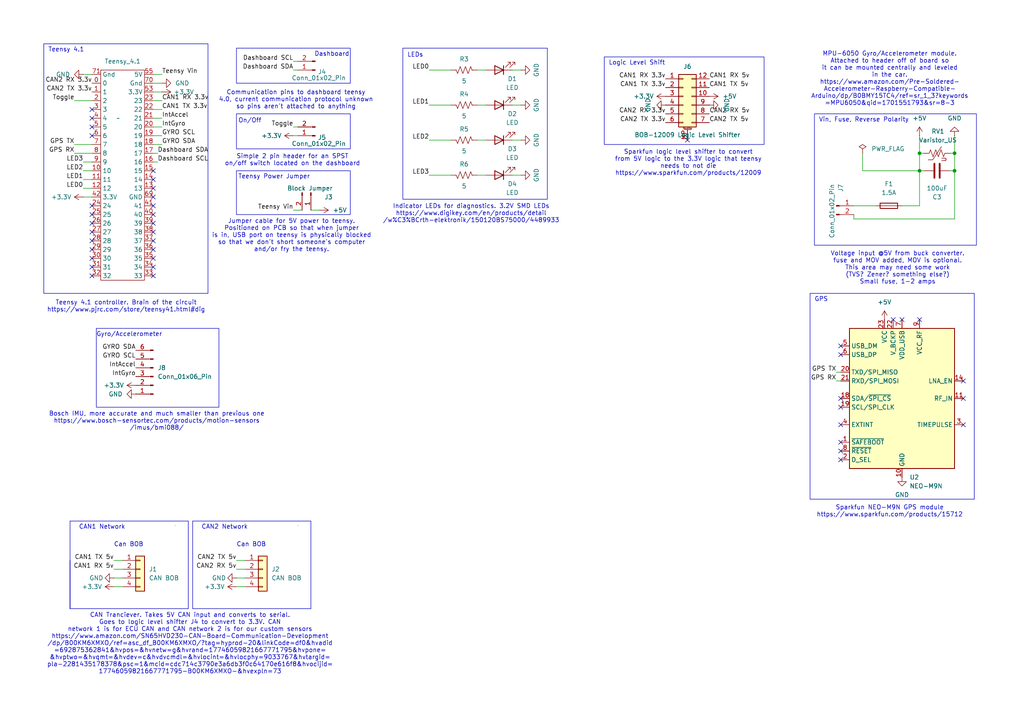
<source format=kicad_sch>
(kicad_sch
	(version 20231120)
	(generator "eeschema")
	(generator_version "8.0")
	(uuid "a0fe9721-6c02-465b-b7cc-8d778856dbec")
	(paper "A4")
	(lib_symbols
		(symbol "Connector:Conn_01x02_Pin"
			(pin_names
				(offset 1.016) hide)
			(exclude_from_sim no)
			(in_bom yes)
			(on_board yes)
			(property "Reference" "J"
				(at 0 2.54 0)
				(effects
					(font
						(size 1.27 1.27)
					)
				)
			)
			(property "Value" "Conn_01x02_Pin"
				(at 0 -5.08 0)
				(effects
					(font
						(size 1.27 1.27)
					)
				)
			)
			(property "Footprint" ""
				(at 0 0 0)
				(effects
					(font
						(size 1.27 1.27)
					)
					(hide yes)
				)
			)
			(property "Datasheet" "~"
				(at 0 0 0)
				(effects
					(font
						(size 1.27 1.27)
					)
					(hide yes)
				)
			)
			(property "Description" "Generic connector, single row, 01x02, script generated"
				(at 0 0 0)
				(effects
					(font
						(size 1.27 1.27)
					)
					(hide yes)
				)
			)
			(property "ki_locked" ""
				(at 0 0 0)
				(effects
					(font
						(size 1.27 1.27)
					)
				)
			)
			(property "ki_keywords" "connector"
				(at 0 0 0)
				(effects
					(font
						(size 1.27 1.27)
					)
					(hide yes)
				)
			)
			(property "ki_fp_filters" "Connector*:*_1x??_*"
				(at 0 0 0)
				(effects
					(font
						(size 1.27 1.27)
					)
					(hide yes)
				)
			)
			(symbol "Conn_01x02_Pin_1_1"
				(polyline
					(pts
						(xy 1.27 -2.54) (xy 0.8636 -2.54)
					)
					(stroke
						(width 0.1524)
						(type default)
					)
					(fill
						(type none)
					)
				)
				(polyline
					(pts
						(xy 1.27 0) (xy 0.8636 0)
					)
					(stroke
						(width 0.1524)
						(type default)
					)
					(fill
						(type none)
					)
				)
				(rectangle
					(start 0.8636 -2.413)
					(end 0 -2.667)
					(stroke
						(width 0.1524)
						(type default)
					)
					(fill
						(type outline)
					)
				)
				(rectangle
					(start 0.8636 0.127)
					(end 0 -0.127)
					(stroke
						(width 0.1524)
						(type default)
					)
					(fill
						(type outline)
					)
				)
				(pin passive line
					(at 5.08 0 180)
					(length 3.81)
					(name "Pin_1"
						(effects
							(font
								(size 1.27 1.27)
							)
						)
					)
					(number "1"
						(effects
							(font
								(size 1.27 1.27)
							)
						)
					)
				)
				(pin passive line
					(at 5.08 -2.54 180)
					(length 3.81)
					(name "Pin_2"
						(effects
							(font
								(size 1.27 1.27)
							)
						)
					)
					(number "2"
						(effects
							(font
								(size 1.27 1.27)
							)
						)
					)
				)
			)
		)
		(symbol "Connector:Conn_01x06_Pin"
			(pin_names
				(offset 1.016) hide)
			(exclude_from_sim no)
			(in_bom yes)
			(on_board yes)
			(property "Reference" "J"
				(at 0 7.62 0)
				(effects
					(font
						(size 1.27 1.27)
					)
				)
			)
			(property "Value" "Conn_01x06_Pin"
				(at 0 -10.16 0)
				(effects
					(font
						(size 1.27 1.27)
					)
				)
			)
			(property "Footprint" ""
				(at 0 0 0)
				(effects
					(font
						(size 1.27 1.27)
					)
					(hide yes)
				)
			)
			(property "Datasheet" "~"
				(at 0 0 0)
				(effects
					(font
						(size 1.27 1.27)
					)
					(hide yes)
				)
			)
			(property "Description" "Generic connector, single row, 01x06, script generated"
				(at 0 0 0)
				(effects
					(font
						(size 1.27 1.27)
					)
					(hide yes)
				)
			)
			(property "ki_locked" ""
				(at 0 0 0)
				(effects
					(font
						(size 1.27 1.27)
					)
				)
			)
			(property "ki_keywords" "connector"
				(at 0 0 0)
				(effects
					(font
						(size 1.27 1.27)
					)
					(hide yes)
				)
			)
			(property "ki_fp_filters" "Connector*:*_1x??_*"
				(at 0 0 0)
				(effects
					(font
						(size 1.27 1.27)
					)
					(hide yes)
				)
			)
			(symbol "Conn_01x06_Pin_1_1"
				(polyline
					(pts
						(xy 1.27 -7.62) (xy 0.8636 -7.62)
					)
					(stroke
						(width 0.1524)
						(type default)
					)
					(fill
						(type none)
					)
				)
				(polyline
					(pts
						(xy 1.27 -5.08) (xy 0.8636 -5.08)
					)
					(stroke
						(width 0.1524)
						(type default)
					)
					(fill
						(type none)
					)
				)
				(polyline
					(pts
						(xy 1.27 -2.54) (xy 0.8636 -2.54)
					)
					(stroke
						(width 0.1524)
						(type default)
					)
					(fill
						(type none)
					)
				)
				(polyline
					(pts
						(xy 1.27 0) (xy 0.8636 0)
					)
					(stroke
						(width 0.1524)
						(type default)
					)
					(fill
						(type none)
					)
				)
				(polyline
					(pts
						(xy 1.27 2.54) (xy 0.8636 2.54)
					)
					(stroke
						(width 0.1524)
						(type default)
					)
					(fill
						(type none)
					)
				)
				(polyline
					(pts
						(xy 1.27 5.08) (xy 0.8636 5.08)
					)
					(stroke
						(width 0.1524)
						(type default)
					)
					(fill
						(type none)
					)
				)
				(rectangle
					(start 0.8636 -7.493)
					(end 0 -7.747)
					(stroke
						(width 0.1524)
						(type default)
					)
					(fill
						(type outline)
					)
				)
				(rectangle
					(start 0.8636 -4.953)
					(end 0 -5.207)
					(stroke
						(width 0.1524)
						(type default)
					)
					(fill
						(type outline)
					)
				)
				(rectangle
					(start 0.8636 -2.413)
					(end 0 -2.667)
					(stroke
						(width 0.1524)
						(type default)
					)
					(fill
						(type outline)
					)
				)
				(rectangle
					(start 0.8636 0.127)
					(end 0 -0.127)
					(stroke
						(width 0.1524)
						(type default)
					)
					(fill
						(type outline)
					)
				)
				(rectangle
					(start 0.8636 2.667)
					(end 0 2.413)
					(stroke
						(width 0.1524)
						(type default)
					)
					(fill
						(type outline)
					)
				)
				(rectangle
					(start 0.8636 5.207)
					(end 0 4.953)
					(stroke
						(width 0.1524)
						(type default)
					)
					(fill
						(type outline)
					)
				)
				(pin passive line
					(at 5.08 5.08 180)
					(length 3.81)
					(name "Pin_1"
						(effects
							(font
								(size 1.27 1.27)
							)
						)
					)
					(number "1"
						(effects
							(font
								(size 1.27 1.27)
							)
						)
					)
				)
				(pin passive line
					(at 5.08 2.54 180)
					(length 3.81)
					(name "Pin_2"
						(effects
							(font
								(size 1.27 1.27)
							)
						)
					)
					(number "2"
						(effects
							(font
								(size 1.27 1.27)
							)
						)
					)
				)
				(pin passive line
					(at 5.08 0 180)
					(length 3.81)
					(name "Pin_3"
						(effects
							(font
								(size 1.27 1.27)
							)
						)
					)
					(number "3"
						(effects
							(font
								(size 1.27 1.27)
							)
						)
					)
				)
				(pin passive line
					(at 5.08 -2.54 180)
					(length 3.81)
					(name "Pin_4"
						(effects
							(font
								(size 1.27 1.27)
							)
						)
					)
					(number "4"
						(effects
							(font
								(size 1.27 1.27)
							)
						)
					)
				)
				(pin passive line
					(at 5.08 -5.08 180)
					(length 3.81)
					(name "Pin_5"
						(effects
							(font
								(size 1.27 1.27)
							)
						)
					)
					(number "5"
						(effects
							(font
								(size 1.27 1.27)
							)
						)
					)
				)
				(pin passive line
					(at 5.08 -7.62 180)
					(length 3.81)
					(name "Pin_6"
						(effects
							(font
								(size 1.27 1.27)
							)
						)
					)
					(number "6"
						(effects
							(font
								(size 1.27 1.27)
							)
						)
					)
				)
			)
		)
		(symbol "Connector_Generic:Conn_01x04"
			(pin_names
				(offset 1.016) hide)
			(exclude_from_sim no)
			(in_bom yes)
			(on_board yes)
			(property "Reference" "J"
				(at 0 5.08 0)
				(effects
					(font
						(size 1.27 1.27)
					)
				)
			)
			(property "Value" "Conn_01x04"
				(at 0 -7.62 0)
				(effects
					(font
						(size 1.27 1.27)
					)
				)
			)
			(property "Footprint" ""
				(at 0 0 0)
				(effects
					(font
						(size 1.27 1.27)
					)
					(hide yes)
				)
			)
			(property "Datasheet" "~"
				(at 0 0 0)
				(effects
					(font
						(size 1.27 1.27)
					)
					(hide yes)
				)
			)
			(property "Description" "Generic connector, single row, 01x04, script generated (kicad-library-utils/schlib/autogen/connector/)"
				(at 0 0 0)
				(effects
					(font
						(size 1.27 1.27)
					)
					(hide yes)
				)
			)
			(property "ki_keywords" "connector"
				(at 0 0 0)
				(effects
					(font
						(size 1.27 1.27)
					)
					(hide yes)
				)
			)
			(property "ki_fp_filters" "Connector*:*_1x??_*"
				(at 0 0 0)
				(effects
					(font
						(size 1.27 1.27)
					)
					(hide yes)
				)
			)
			(symbol "Conn_01x04_1_1"
				(rectangle
					(start -1.27 -4.953)
					(end 0 -5.207)
					(stroke
						(width 0.1524)
						(type default)
					)
					(fill
						(type none)
					)
				)
				(rectangle
					(start -1.27 -2.413)
					(end 0 -2.667)
					(stroke
						(width 0.1524)
						(type default)
					)
					(fill
						(type none)
					)
				)
				(rectangle
					(start -1.27 0.127)
					(end 0 -0.127)
					(stroke
						(width 0.1524)
						(type default)
					)
					(fill
						(type none)
					)
				)
				(rectangle
					(start -1.27 2.667)
					(end 0 2.413)
					(stroke
						(width 0.1524)
						(type default)
					)
					(fill
						(type none)
					)
				)
				(rectangle
					(start -1.27 3.81)
					(end 1.27 -6.35)
					(stroke
						(width 0.254)
						(type default)
					)
					(fill
						(type background)
					)
				)
				(pin passive line
					(at -5.08 2.54 0)
					(length 3.81)
					(name "Pin_1"
						(effects
							(font
								(size 1.27 1.27)
							)
						)
					)
					(number "1"
						(effects
							(font
								(size 1.27 1.27)
							)
						)
					)
				)
				(pin passive line
					(at -5.08 0 0)
					(length 3.81)
					(name "Pin_2"
						(effects
							(font
								(size 1.27 1.27)
							)
						)
					)
					(number "2"
						(effects
							(font
								(size 1.27 1.27)
							)
						)
					)
				)
				(pin passive line
					(at -5.08 -2.54 0)
					(length 3.81)
					(name "Pin_3"
						(effects
							(font
								(size 1.27 1.27)
							)
						)
					)
					(number "3"
						(effects
							(font
								(size 1.27 1.27)
							)
						)
					)
				)
				(pin passive line
					(at -5.08 -5.08 0)
					(length 3.81)
					(name "Pin_4"
						(effects
							(font
								(size 1.27 1.27)
							)
						)
					)
					(number "4"
						(effects
							(font
								(size 1.27 1.27)
							)
						)
					)
				)
			)
		)
		(symbol "Connector_Generic_MountingPin:Conn_02x06_Counter_Clockwise_MountingPin"
			(pin_names
				(offset 1.016) hide)
			(exclude_from_sim no)
			(in_bom yes)
			(on_board yes)
			(property "Reference" "J"
				(at 1.27 7.62 0)
				(effects
					(font
						(size 1.27 1.27)
					)
				)
			)
			(property "Value" "Conn_02x06_Counter_Clockwise_MountingPin"
				(at 2.54 -10.16 0)
				(effects
					(font
						(size 1.27 1.27)
					)
					(justify left)
				)
			)
			(property "Footprint" ""
				(at 0 0 0)
				(effects
					(font
						(size 1.27 1.27)
					)
					(hide yes)
				)
			)
			(property "Datasheet" "~"
				(at 0 0 0)
				(effects
					(font
						(size 1.27 1.27)
					)
					(hide yes)
				)
			)
			(property "Description" "Generic connectable mounting pin connector, double row, 02x06, counter clockwise pin numbering scheme (similar to DIP package numbering), script generated (kicad-library-utils/schlib/autogen/connector/)"
				(at 0 0 0)
				(effects
					(font
						(size 1.27 1.27)
					)
					(hide yes)
				)
			)
			(property "ki_keywords" "connector"
				(at 0 0 0)
				(effects
					(font
						(size 1.27 1.27)
					)
					(hide yes)
				)
			)
			(property "ki_fp_filters" "Connector*:*_2x??-1MP*"
				(at 0 0 0)
				(effects
					(font
						(size 1.27 1.27)
					)
					(hide yes)
				)
			)
			(symbol "Conn_02x06_Counter_Clockwise_MountingPin_1_1"
				(rectangle
					(start -1.27 -7.493)
					(end 0 -7.747)
					(stroke
						(width 0.1524)
						(type default)
					)
					(fill
						(type none)
					)
				)
				(rectangle
					(start -1.27 -4.953)
					(end 0 -5.207)
					(stroke
						(width 0.1524)
						(type default)
					)
					(fill
						(type none)
					)
				)
				(rectangle
					(start -1.27 -2.413)
					(end 0 -2.667)
					(stroke
						(width 0.1524)
						(type default)
					)
					(fill
						(type none)
					)
				)
				(rectangle
					(start -1.27 0.127)
					(end 0 -0.127)
					(stroke
						(width 0.1524)
						(type default)
					)
					(fill
						(type none)
					)
				)
				(rectangle
					(start -1.27 2.667)
					(end 0 2.413)
					(stroke
						(width 0.1524)
						(type default)
					)
					(fill
						(type none)
					)
				)
				(rectangle
					(start -1.27 5.207)
					(end 0 4.953)
					(stroke
						(width 0.1524)
						(type default)
					)
					(fill
						(type none)
					)
				)
				(rectangle
					(start -1.27 6.35)
					(end 3.81 -8.89)
					(stroke
						(width 0.254)
						(type default)
					)
					(fill
						(type background)
					)
				)
				(polyline
					(pts
						(xy 0.254 -9.652) (xy 2.286 -9.652)
					)
					(stroke
						(width 0.1524)
						(type default)
					)
					(fill
						(type none)
					)
				)
				(rectangle
					(start 3.81 -7.493)
					(end 2.54 -7.747)
					(stroke
						(width 0.1524)
						(type default)
					)
					(fill
						(type none)
					)
				)
				(rectangle
					(start 3.81 -4.953)
					(end 2.54 -5.207)
					(stroke
						(width 0.1524)
						(type default)
					)
					(fill
						(type none)
					)
				)
				(rectangle
					(start 3.81 -2.413)
					(end 2.54 -2.667)
					(stroke
						(width 0.1524)
						(type default)
					)
					(fill
						(type none)
					)
				)
				(rectangle
					(start 3.81 0.127)
					(end 2.54 -0.127)
					(stroke
						(width 0.1524)
						(type default)
					)
					(fill
						(type none)
					)
				)
				(rectangle
					(start 3.81 2.667)
					(end 2.54 2.413)
					(stroke
						(width 0.1524)
						(type default)
					)
					(fill
						(type none)
					)
				)
				(rectangle
					(start 3.81 5.207)
					(end 2.54 4.953)
					(stroke
						(width 0.1524)
						(type default)
					)
					(fill
						(type none)
					)
				)
				(text "Mounting"
					(at 1.27 -9.271 0)
					(effects
						(font
							(size 0.381 0.381)
						)
					)
				)
				(pin passive line
					(at -5.08 5.08 0)
					(length 3.81)
					(name "Pin_1"
						(effects
							(font
								(size 1.27 1.27)
							)
						)
					)
					(number "1"
						(effects
							(font
								(size 1.27 1.27)
							)
						)
					)
				)
				(pin passive line
					(at 7.62 0 180)
					(length 3.81)
					(name "Pin_10"
						(effects
							(font
								(size 1.27 1.27)
							)
						)
					)
					(number "10"
						(effects
							(font
								(size 1.27 1.27)
							)
						)
					)
				)
				(pin passive line
					(at 7.62 2.54 180)
					(length 3.81)
					(name "Pin_11"
						(effects
							(font
								(size 1.27 1.27)
							)
						)
					)
					(number "11"
						(effects
							(font
								(size 1.27 1.27)
							)
						)
					)
				)
				(pin passive line
					(at 7.62 5.08 180)
					(length 3.81)
					(name "Pin_12"
						(effects
							(font
								(size 1.27 1.27)
							)
						)
					)
					(number "12"
						(effects
							(font
								(size 1.27 1.27)
							)
						)
					)
				)
				(pin passive line
					(at -5.08 2.54 0)
					(length 3.81)
					(name "Pin_2"
						(effects
							(font
								(size 1.27 1.27)
							)
						)
					)
					(number "2"
						(effects
							(font
								(size 1.27 1.27)
							)
						)
					)
				)
				(pin passive line
					(at -5.08 0 0)
					(length 3.81)
					(name "Pin_3"
						(effects
							(font
								(size 1.27 1.27)
							)
						)
					)
					(number "3"
						(effects
							(font
								(size 1.27 1.27)
							)
						)
					)
				)
				(pin passive line
					(at -5.08 -2.54 0)
					(length 3.81)
					(name "Pin_4"
						(effects
							(font
								(size 1.27 1.27)
							)
						)
					)
					(number "4"
						(effects
							(font
								(size 1.27 1.27)
							)
						)
					)
				)
				(pin passive line
					(at -5.08 -5.08 0)
					(length 3.81)
					(name "Pin_5"
						(effects
							(font
								(size 1.27 1.27)
							)
						)
					)
					(number "5"
						(effects
							(font
								(size 1.27 1.27)
							)
						)
					)
				)
				(pin passive line
					(at -5.08 -7.62 0)
					(length 3.81)
					(name "Pin_6"
						(effects
							(font
								(size 1.27 1.27)
							)
						)
					)
					(number "6"
						(effects
							(font
								(size 1.27 1.27)
							)
						)
					)
				)
				(pin passive line
					(at 7.62 -7.62 180)
					(length 3.81)
					(name "Pin_7"
						(effects
							(font
								(size 1.27 1.27)
							)
						)
					)
					(number "7"
						(effects
							(font
								(size 1.27 1.27)
							)
						)
					)
				)
				(pin passive line
					(at 7.62 -5.08 180)
					(length 3.81)
					(name "Pin_8"
						(effects
							(font
								(size 1.27 1.27)
							)
						)
					)
					(number "8"
						(effects
							(font
								(size 1.27 1.27)
							)
						)
					)
				)
				(pin passive line
					(at 7.62 -2.54 180)
					(length 3.81)
					(name "Pin_9"
						(effects
							(font
								(size 1.27 1.27)
							)
						)
					)
					(number "9"
						(effects
							(font
								(size 1.27 1.27)
							)
						)
					)
				)
				(pin passive line
					(at 1.27 -12.7 90)
					(length 3.048)
					(name "MountPin"
						(effects
							(font
								(size 1.27 1.27)
							)
						)
					)
					(number "MP"
						(effects
							(font
								(size 1.27 1.27)
							)
						)
					)
				)
			)
		)
		(symbol "Custom_lib:Teensy_4.1"
			(exclude_from_sim no)
			(in_bom yes)
			(on_board yes)
			(property "Reference" "Teensy_4.1"
				(at -1.27 31.75 0)
				(effects
					(font
						(size 1.27 1.27)
					)
				)
			)
			(property "Value" ""
				(at -1.27 16.51 0)
				(effects
					(font
						(size 1.27 1.27)
					)
				)
			)
			(property "Footprint" ""
				(at -1.27 16.51 0)
				(effects
					(font
						(size 1.27 1.27)
					)
					(hide yes)
				)
			)
			(property "Datasheet" ""
				(at -1.27 16.51 0)
				(effects
					(font
						(size 1.27 1.27)
					)
					(hide yes)
				)
			)
			(property "Description" ""
				(at 0 0 0)
				(effects
					(font
						(size 1.27 1.27)
					)
					(hide yes)
				)
			)
			(symbol "Teensy_4.1_0_1"
				(rectangle
					(start -6.35 30.48)
					(end 6.35 -30.48)
					(stroke
						(width 0)
						(type default)
					)
					(fill
						(type none)
					)
				)
			)
			(symbol "Teensy_4.1_1_1"
				(pin bidirectional line
					(at -8.89 26.67 0)
					(length 2.54)
					(name "0"
						(effects
							(font
								(size 1.27 1.27)
							)
						)
					)
					(number "0"
						(effects
							(font
								(size 1.27 1.27)
							)
						)
					)
				)
				(pin bidirectional line
					(at -8.89 24.13 0)
					(length 2.54)
					(name "1"
						(effects
							(font
								(size 1.27 1.27)
							)
						)
					)
					(number "1"
						(effects
							(font
								(size 1.27 1.27)
							)
						)
					)
				)
				(pin bidirectional line
					(at -8.89 1.27 0)
					(length 2.54)
					(name "10"
						(effects
							(font
								(size 1.27 1.27)
							)
						)
					)
					(number "10"
						(effects
							(font
								(size 1.27 1.27)
							)
						)
					)
				)
				(pin bidirectional line
					(at -8.89 -1.27 0)
					(length 2.54)
					(name "11"
						(effects
							(font
								(size 1.27 1.27)
							)
						)
					)
					(number "11"
						(effects
							(font
								(size 1.27 1.27)
							)
						)
					)
				)
				(pin bidirectional line
					(at -8.89 -3.81 0)
					(length 2.54)
					(name "12"
						(effects
							(font
								(size 1.27 1.27)
							)
						)
					)
					(number "12"
						(effects
							(font
								(size 1.27 1.27)
							)
						)
					)
				)
				(pin bidirectional line
					(at 8.89 -3.81 180)
					(length 2.54)
					(name "13"
						(effects
							(font
								(size 1.27 1.27)
							)
						)
					)
					(number "13"
						(effects
							(font
								(size 1.27 1.27)
							)
						)
					)
				)
				(pin bidirectional line
					(at 8.89 -1.27 180)
					(length 2.54)
					(name "14"
						(effects
							(font
								(size 1.27 1.27)
							)
						)
					)
					(number "14"
						(effects
							(font
								(size 1.27 1.27)
							)
						)
					)
				)
				(pin bidirectional line
					(at 8.89 1.27 180)
					(length 2.54)
					(name "15"
						(effects
							(font
								(size 1.27 1.27)
							)
						)
					)
					(number "15"
						(effects
							(font
								(size 1.27 1.27)
							)
						)
					)
				)
				(pin bidirectional line
					(at 8.89 3.81 180)
					(length 2.54)
					(name "16"
						(effects
							(font
								(size 1.27 1.27)
							)
						)
					)
					(number "16"
						(effects
							(font
								(size 1.27 1.27)
							)
						)
					)
				)
				(pin bidirectional line
					(at 8.89 6.35 180)
					(length 2.54)
					(name "17"
						(effects
							(font
								(size 1.27 1.27)
							)
						)
					)
					(number "17"
						(effects
							(font
								(size 1.27 1.27)
							)
						)
					)
				)
				(pin bidirectional line
					(at 8.89 8.89 180)
					(length 2.54)
					(name "18"
						(effects
							(font
								(size 1.27 1.27)
							)
						)
					)
					(number "18"
						(effects
							(font
								(size 1.27 1.27)
							)
						)
					)
				)
				(pin bidirectional line
					(at 8.89 11.43 180)
					(length 2.54)
					(name "19"
						(effects
							(font
								(size 1.27 1.27)
							)
						)
					)
					(number "19"
						(effects
							(font
								(size 1.27 1.27)
							)
						)
					)
				)
				(pin bidirectional line
					(at -8.89 21.59 0)
					(length 2.54)
					(name "2"
						(effects
							(font
								(size 1.27 1.27)
							)
						)
					)
					(number "2"
						(effects
							(font
								(size 1.27 1.27)
							)
						)
					)
				)
				(pin bidirectional line
					(at 8.89 13.97 180)
					(length 2.54)
					(name "20"
						(effects
							(font
								(size 1.27 1.27)
							)
						)
					)
					(number "20"
						(effects
							(font
								(size 1.27 1.27)
							)
						)
					)
				)
				(pin bidirectional line
					(at 8.89 16.51 180)
					(length 2.54)
					(name "21"
						(effects
							(font
								(size 1.27 1.27)
							)
						)
					)
					(number "21"
						(effects
							(font
								(size 1.27 1.27)
							)
						)
					)
				)
				(pin bidirectional line
					(at 8.89 19.05 180)
					(length 2.54)
					(name "22"
						(effects
							(font
								(size 1.27 1.27)
							)
						)
					)
					(number "22"
						(effects
							(font
								(size 1.27 1.27)
							)
						)
					)
				)
				(pin bidirectional line
					(at 8.89 21.59 180)
					(length 2.54)
					(name "23"
						(effects
							(font
								(size 1.27 1.27)
							)
						)
					)
					(number "23"
						(effects
							(font
								(size 1.27 1.27)
							)
						)
					)
				)
				(pin bidirectional line
					(at -8.89 -8.89 0)
					(length 2.54)
					(name "24"
						(effects
							(font
								(size 1.27 1.27)
							)
						)
					)
					(number "24"
						(effects
							(font
								(size 1.27 1.27)
							)
						)
					)
				)
				(pin bidirectional line
					(at -8.89 -11.43 0)
					(length 2.54)
					(name "25"
						(effects
							(font
								(size 1.27 1.27)
							)
						)
					)
					(number "25"
						(effects
							(font
								(size 1.27 1.27)
							)
						)
					)
				)
				(pin bidirectional line
					(at -8.89 -13.97 0)
					(length 2.54)
					(name "26"
						(effects
							(font
								(size 1.27 1.27)
							)
						)
					)
					(number "26"
						(effects
							(font
								(size 1.27 1.27)
							)
						)
					)
				)
				(pin bidirectional line
					(at -8.89 -16.51 0)
					(length 2.54)
					(name "27"
						(effects
							(font
								(size 1.27 1.27)
							)
						)
					)
					(number "27"
						(effects
							(font
								(size 1.27 1.27)
							)
						)
					)
				)
				(pin bidirectional line
					(at -8.89 -19.05 0)
					(length 2.54)
					(name "28"
						(effects
							(font
								(size 1.27 1.27)
							)
						)
					)
					(number "28"
						(effects
							(font
								(size 1.27 1.27)
							)
						)
					)
				)
				(pin bidirectional line
					(at -8.89 -21.59 0)
					(length 2.54)
					(name "29"
						(effects
							(font
								(size 1.27 1.27)
							)
						)
					)
					(number "29"
						(effects
							(font
								(size 1.27 1.27)
							)
						)
					)
				)
				(pin bidirectional line
					(at -8.89 19.05 0)
					(length 2.54)
					(name "3"
						(effects
							(font
								(size 1.27 1.27)
							)
						)
					)
					(number "3"
						(effects
							(font
								(size 1.27 1.27)
							)
						)
					)
				)
				(pin bidirectional line
					(at -8.89 -24.13 0)
					(length 2.54)
					(name "30"
						(effects
							(font
								(size 1.27 1.27)
							)
						)
					)
					(number "30"
						(effects
							(font
								(size 1.27 1.27)
							)
						)
					)
				)
				(pin bidirectional line
					(at -8.89 -26.67 0)
					(length 2.54)
					(name "31"
						(effects
							(font
								(size 1.27 1.27)
							)
						)
					)
					(number "31"
						(effects
							(font
								(size 1.27 1.27)
							)
						)
					)
				)
				(pin bidirectional line
					(at -8.89 -29.21 0)
					(length 2.54)
					(name "32"
						(effects
							(font
								(size 1.27 1.27)
							)
						)
					)
					(number "32"
						(effects
							(font
								(size 1.27 1.27)
							)
						)
					)
				)
				(pin bidirectional line
					(at 8.89 -29.21 180)
					(length 2.54)
					(name "33"
						(effects
							(font
								(size 1.27 1.27)
							)
						)
					)
					(number "33"
						(effects
							(font
								(size 1.27 1.27)
							)
						)
					)
				)
				(pin bidirectional line
					(at 8.89 -26.67 180)
					(length 2.54)
					(name "34"
						(effects
							(font
								(size 1.27 1.27)
							)
						)
					)
					(number "34"
						(effects
							(font
								(size 1.27 1.27)
							)
						)
					)
				)
				(pin bidirectional line
					(at 8.89 -24.13 180)
					(length 2.54)
					(name "35"
						(effects
							(font
								(size 1.27 1.27)
							)
						)
					)
					(number "35"
						(effects
							(font
								(size 1.27 1.27)
							)
						)
					)
				)
				(pin bidirectional line
					(at 8.89 -21.59 180)
					(length 2.54)
					(name "36"
						(effects
							(font
								(size 1.27 1.27)
							)
						)
					)
					(number "36"
						(effects
							(font
								(size 1.27 1.27)
							)
						)
					)
				)
				(pin bidirectional line
					(at 8.89 -19.05 180)
					(length 2.54)
					(name "37"
						(effects
							(font
								(size 1.27 1.27)
							)
						)
					)
					(number "37"
						(effects
							(font
								(size 1.27 1.27)
							)
						)
					)
				)
				(pin bidirectional line
					(at 8.89 -16.51 180)
					(length 2.54)
					(name "38"
						(effects
							(font
								(size 1.27 1.27)
							)
						)
					)
					(number "38"
						(effects
							(font
								(size 1.27 1.27)
							)
						)
					)
				)
				(pin bidirectional line
					(at 8.89 -13.97 180)
					(length 2.54)
					(name "39"
						(effects
							(font
								(size 1.27 1.27)
							)
						)
					)
					(number "39"
						(effects
							(font
								(size 1.27 1.27)
							)
						)
					)
				)
				(pin bidirectional line
					(at -8.89 16.51 0)
					(length 2.54)
					(name "4"
						(effects
							(font
								(size 1.27 1.27)
							)
						)
					)
					(number "4"
						(effects
							(font
								(size 1.27 1.27)
							)
						)
					)
				)
				(pin bidirectional line
					(at 8.89 -11.43 180)
					(length 2.54)
					(name "40"
						(effects
							(font
								(size 1.27 1.27)
							)
						)
					)
					(number "40"
						(effects
							(font
								(size 1.27 1.27)
							)
						)
					)
				)
				(pin bidirectional line
					(at 8.89 -8.89 180)
					(length 2.54)
					(name "41"
						(effects
							(font
								(size 1.27 1.27)
							)
						)
					)
					(number "41"
						(effects
							(font
								(size 1.27 1.27)
							)
						)
					)
				)
				(pin passive line
					(at -8.89 -6.35 0)
					(length 2.54)
					(name "3.3V"
						(effects
							(font
								(size 1.27 1.27)
							)
						)
					)
					(number "42"
						(effects
							(font
								(size 1.27 1.27)
							)
						)
					)
				)
				(pin bidirectional line
					(at -8.89 13.97 0)
					(length 2.54)
					(name "5"
						(effects
							(font
								(size 1.27 1.27)
							)
						)
					)
					(number "5"
						(effects
							(font
								(size 1.27 1.27)
							)
						)
					)
				)
				(pin passive line
					(at 8.89 24.13 180)
					(length 2.54)
					(name "3.3V"
						(effects
							(font
								(size 1.27 1.27)
							)
						)
					)
					(number "53"
						(effects
							(font
								(size 1.27 1.27)
							)
						)
					)
				)
				(pin passive line
					(at 8.89 29.21 180)
					(length 2.54)
					(name "5V"
						(effects
							(font
								(size 1.27 1.27)
							)
						)
					)
					(number "55"
						(effects
							(font
								(size 1.27 1.27)
							)
						)
					)
				)
				(pin bidirectional line
					(at -8.89 11.43 0)
					(length 2.54)
					(name "6"
						(effects
							(font
								(size 1.27 1.27)
							)
						)
					)
					(number "6"
						(effects
							(font
								(size 1.27 1.27)
							)
						)
					)
				)
				(pin bidirectional line
					(at 8.89 -6.35 180)
					(length 2.54)
					(name "GND"
						(effects
							(font
								(size 1.27 1.27)
							)
						)
					)
					(number "69"
						(effects
							(font
								(size 1.27 1.27)
							)
						)
					)
				)
				(pin bidirectional line
					(at -8.89 8.89 0)
					(length 2.54)
					(name "7"
						(effects
							(font
								(size 1.27 1.27)
							)
						)
					)
					(number "7"
						(effects
							(font
								(size 1.27 1.27)
							)
						)
					)
				)
				(pin passive line
					(at 8.89 26.67 180)
					(length 2.54)
					(name "Gnd"
						(effects
							(font
								(size 1.27 1.27)
							)
						)
					)
					(number "70"
						(effects
							(font
								(size 1.27 1.27)
							)
						)
					)
				)
				(pin passive line
					(at -8.89 29.21 0)
					(length 2.54)
					(name "Gnd"
						(effects
							(font
								(size 1.27 1.27)
							)
						)
					)
					(number "71"
						(effects
							(font
								(size 1.27 1.27)
							)
						)
					)
				)
				(pin bidirectional line
					(at -8.89 6.35 0)
					(length 2.54)
					(name "8"
						(effects
							(font
								(size 1.27 1.27)
							)
						)
					)
					(number "8"
						(effects
							(font
								(size 1.27 1.27)
							)
						)
					)
				)
				(pin bidirectional line
					(at -8.89 3.81 0)
					(length 2.54)
					(name "9"
						(effects
							(font
								(size 1.27 1.27)
							)
						)
					)
					(number "9"
						(effects
							(font
								(size 1.27 1.27)
							)
						)
					)
				)
			)
		)
		(symbol "Device:C"
			(pin_numbers hide)
			(pin_names
				(offset 0.254)
			)
			(exclude_from_sim no)
			(in_bom yes)
			(on_board yes)
			(property "Reference" "C"
				(at 0.635 2.54 0)
				(effects
					(font
						(size 1.27 1.27)
					)
					(justify left)
				)
			)
			(property "Value" "C"
				(at 0.635 -2.54 0)
				(effects
					(font
						(size 1.27 1.27)
					)
					(justify left)
				)
			)
			(property "Footprint" ""
				(at 0.9652 -3.81 0)
				(effects
					(font
						(size 1.27 1.27)
					)
					(hide yes)
				)
			)
			(property "Datasheet" "~"
				(at 0 0 0)
				(effects
					(font
						(size 1.27 1.27)
					)
					(hide yes)
				)
			)
			(property "Description" "Unpolarized capacitor"
				(at 0 0 0)
				(effects
					(font
						(size 1.27 1.27)
					)
					(hide yes)
				)
			)
			(property "ki_keywords" "cap capacitor"
				(at 0 0 0)
				(effects
					(font
						(size 1.27 1.27)
					)
					(hide yes)
				)
			)
			(property "ki_fp_filters" "C_*"
				(at 0 0 0)
				(effects
					(font
						(size 1.27 1.27)
					)
					(hide yes)
				)
			)
			(symbol "C_0_1"
				(polyline
					(pts
						(xy -2.032 -0.762) (xy 2.032 -0.762)
					)
					(stroke
						(width 0.508)
						(type default)
					)
					(fill
						(type none)
					)
				)
				(polyline
					(pts
						(xy -2.032 0.762) (xy 2.032 0.762)
					)
					(stroke
						(width 0.508)
						(type default)
					)
					(fill
						(type none)
					)
				)
			)
			(symbol "C_1_1"
				(pin passive line
					(at 0 3.81 270)
					(length 2.794)
					(name "~"
						(effects
							(font
								(size 1.27 1.27)
							)
						)
					)
					(number "1"
						(effects
							(font
								(size 1.27 1.27)
							)
						)
					)
				)
				(pin passive line
					(at 0 -3.81 90)
					(length 2.794)
					(name "~"
						(effects
							(font
								(size 1.27 1.27)
							)
						)
					)
					(number "2"
						(effects
							(font
								(size 1.27 1.27)
							)
						)
					)
				)
			)
		)
		(symbol "Device:Fuse"
			(pin_numbers hide)
			(pin_names
				(offset 0)
			)
			(exclude_from_sim no)
			(in_bom yes)
			(on_board yes)
			(property "Reference" "F"
				(at 2.032 0 90)
				(effects
					(font
						(size 1.27 1.27)
					)
				)
			)
			(property "Value" "Fuse"
				(at -1.905 0 90)
				(effects
					(font
						(size 1.27 1.27)
					)
				)
			)
			(property "Footprint" ""
				(at -1.778 0 90)
				(effects
					(font
						(size 1.27 1.27)
					)
					(hide yes)
				)
			)
			(property "Datasheet" "~"
				(at 0 0 0)
				(effects
					(font
						(size 1.27 1.27)
					)
					(hide yes)
				)
			)
			(property "Description" "Fuse"
				(at 0 0 0)
				(effects
					(font
						(size 1.27 1.27)
					)
					(hide yes)
				)
			)
			(property "ki_keywords" "fuse"
				(at 0 0 0)
				(effects
					(font
						(size 1.27 1.27)
					)
					(hide yes)
				)
			)
			(property "ki_fp_filters" "*Fuse*"
				(at 0 0 0)
				(effects
					(font
						(size 1.27 1.27)
					)
					(hide yes)
				)
			)
			(symbol "Fuse_0_1"
				(rectangle
					(start -0.762 -2.54)
					(end 0.762 2.54)
					(stroke
						(width 0.254)
						(type default)
					)
					(fill
						(type none)
					)
				)
				(polyline
					(pts
						(xy 0 2.54) (xy 0 -2.54)
					)
					(stroke
						(width 0)
						(type default)
					)
					(fill
						(type none)
					)
				)
			)
			(symbol "Fuse_1_1"
				(pin passive line
					(at 0 3.81 270)
					(length 1.27)
					(name "~"
						(effects
							(font
								(size 1.27 1.27)
							)
						)
					)
					(number "1"
						(effects
							(font
								(size 1.27 1.27)
							)
						)
					)
				)
				(pin passive line
					(at 0 -3.81 90)
					(length 1.27)
					(name "~"
						(effects
							(font
								(size 1.27 1.27)
							)
						)
					)
					(number "2"
						(effects
							(font
								(size 1.27 1.27)
							)
						)
					)
				)
			)
		)
		(symbol "Device:LED"
			(pin_numbers hide)
			(pin_names
				(offset 1.016) hide)
			(exclude_from_sim no)
			(in_bom yes)
			(on_board yes)
			(property "Reference" "D"
				(at 0 2.54 0)
				(effects
					(font
						(size 1.27 1.27)
					)
				)
			)
			(property "Value" "LED"
				(at 0 -2.54 0)
				(effects
					(font
						(size 1.27 1.27)
					)
				)
			)
			(property "Footprint" ""
				(at 0 0 0)
				(effects
					(font
						(size 1.27 1.27)
					)
					(hide yes)
				)
			)
			(property "Datasheet" "~"
				(at 0 0 0)
				(effects
					(font
						(size 1.27 1.27)
					)
					(hide yes)
				)
			)
			(property "Description" "Light emitting diode"
				(at 0 0 0)
				(effects
					(font
						(size 1.27 1.27)
					)
					(hide yes)
				)
			)
			(property "ki_keywords" "LED diode"
				(at 0 0 0)
				(effects
					(font
						(size 1.27 1.27)
					)
					(hide yes)
				)
			)
			(property "ki_fp_filters" "LED* LED_SMD:* LED_THT:*"
				(at 0 0 0)
				(effects
					(font
						(size 1.27 1.27)
					)
					(hide yes)
				)
			)
			(symbol "LED_0_1"
				(polyline
					(pts
						(xy -1.27 -1.27) (xy -1.27 1.27)
					)
					(stroke
						(width 0.254)
						(type default)
					)
					(fill
						(type none)
					)
				)
				(polyline
					(pts
						(xy -1.27 0) (xy 1.27 0)
					)
					(stroke
						(width 0)
						(type default)
					)
					(fill
						(type none)
					)
				)
				(polyline
					(pts
						(xy 1.27 -1.27) (xy 1.27 1.27) (xy -1.27 0) (xy 1.27 -1.27)
					)
					(stroke
						(width 0.254)
						(type default)
					)
					(fill
						(type none)
					)
				)
				(polyline
					(pts
						(xy -3.048 -0.762) (xy -4.572 -2.286) (xy -3.81 -2.286) (xy -4.572 -2.286) (xy -4.572 -1.524)
					)
					(stroke
						(width 0)
						(type default)
					)
					(fill
						(type none)
					)
				)
				(polyline
					(pts
						(xy -1.778 -0.762) (xy -3.302 -2.286) (xy -2.54 -2.286) (xy -3.302 -2.286) (xy -3.302 -1.524)
					)
					(stroke
						(width 0)
						(type default)
					)
					(fill
						(type none)
					)
				)
			)
			(symbol "LED_1_1"
				(pin passive line
					(at -3.81 0 0)
					(length 2.54)
					(name "K"
						(effects
							(font
								(size 1.27 1.27)
							)
						)
					)
					(number "1"
						(effects
							(font
								(size 1.27 1.27)
							)
						)
					)
				)
				(pin passive line
					(at 3.81 0 180)
					(length 2.54)
					(name "A"
						(effects
							(font
								(size 1.27 1.27)
							)
						)
					)
					(number "2"
						(effects
							(font
								(size 1.27 1.27)
							)
						)
					)
				)
			)
		)
		(symbol "Device:R_US"
			(pin_numbers hide)
			(pin_names
				(offset 0)
			)
			(exclude_from_sim no)
			(in_bom yes)
			(on_board yes)
			(property "Reference" "R"
				(at 2.54 0 90)
				(effects
					(font
						(size 1.27 1.27)
					)
				)
			)
			(property "Value" "R_US"
				(at -2.54 0 90)
				(effects
					(font
						(size 1.27 1.27)
					)
				)
			)
			(property "Footprint" ""
				(at 1.016 -0.254 90)
				(effects
					(font
						(size 1.27 1.27)
					)
					(hide yes)
				)
			)
			(property "Datasheet" "~"
				(at 0 0 0)
				(effects
					(font
						(size 1.27 1.27)
					)
					(hide yes)
				)
			)
			(property "Description" "Resistor, US symbol"
				(at 0 0 0)
				(effects
					(font
						(size 1.27 1.27)
					)
					(hide yes)
				)
			)
			(property "ki_keywords" "R res resistor"
				(at 0 0 0)
				(effects
					(font
						(size 1.27 1.27)
					)
					(hide yes)
				)
			)
			(property "ki_fp_filters" "R_*"
				(at 0 0 0)
				(effects
					(font
						(size 1.27 1.27)
					)
					(hide yes)
				)
			)
			(symbol "R_US_0_1"
				(polyline
					(pts
						(xy 0 -2.286) (xy 0 -2.54)
					)
					(stroke
						(width 0)
						(type default)
					)
					(fill
						(type none)
					)
				)
				(polyline
					(pts
						(xy 0 2.286) (xy 0 2.54)
					)
					(stroke
						(width 0)
						(type default)
					)
					(fill
						(type none)
					)
				)
				(polyline
					(pts
						(xy 0 -0.762) (xy 1.016 -1.143) (xy 0 -1.524) (xy -1.016 -1.905) (xy 0 -2.286)
					)
					(stroke
						(width 0)
						(type default)
					)
					(fill
						(type none)
					)
				)
				(polyline
					(pts
						(xy 0 0.762) (xy 1.016 0.381) (xy 0 0) (xy -1.016 -0.381) (xy 0 -0.762)
					)
					(stroke
						(width 0)
						(type default)
					)
					(fill
						(type none)
					)
				)
				(polyline
					(pts
						(xy 0 2.286) (xy 1.016 1.905) (xy 0 1.524) (xy -1.016 1.143) (xy 0 0.762)
					)
					(stroke
						(width 0)
						(type default)
					)
					(fill
						(type none)
					)
				)
			)
			(symbol "R_US_1_1"
				(pin passive line
					(at 0 3.81 270)
					(length 1.27)
					(name "~"
						(effects
							(font
								(size 1.27 1.27)
							)
						)
					)
					(number "1"
						(effects
							(font
								(size 1.27 1.27)
							)
						)
					)
				)
				(pin passive line
					(at 0 -3.81 90)
					(length 1.27)
					(name "~"
						(effects
							(font
								(size 1.27 1.27)
							)
						)
					)
					(number "2"
						(effects
							(font
								(size 1.27 1.27)
							)
						)
					)
				)
			)
		)
		(symbol "Device:Varistor_US"
			(pin_numbers hide)
			(pin_names
				(offset 0)
			)
			(exclude_from_sim no)
			(in_bom yes)
			(on_board yes)
			(property "Reference" "RV"
				(at 3.175 0 90)
				(effects
					(font
						(size 1.27 1.27)
					)
				)
			)
			(property "Value" "Varistor_US"
				(at -3.175 0 90)
				(effects
					(font
						(size 1.27 1.27)
					)
				)
			)
			(property "Footprint" ""
				(at -1.778 0 90)
				(effects
					(font
						(size 1.27 1.27)
					)
					(hide yes)
				)
			)
			(property "Datasheet" "~"
				(at 0 0 0)
				(effects
					(font
						(size 1.27 1.27)
					)
					(hide yes)
				)
			)
			(property "Description" "Voltage dependent resistor, US symbol"
				(at 0 0 0)
				(effects
					(font
						(size 1.27 1.27)
					)
					(hide yes)
				)
			)
			(property "Sim.Name" "kicad_builtin_varistor"
				(at 0 0 0)
				(effects
					(font
						(size 1.27 1.27)
					)
					(hide yes)
				)
			)
			(property "Sim.Device" "SUBCKT"
				(at 0 0 0)
				(effects
					(font
						(size 1.27 1.27)
					)
					(hide yes)
				)
			)
			(property "Sim.Pins" "1=A 2=B"
				(at 0 0 0)
				(effects
					(font
						(size 1.27 1.27)
					)
					(hide yes)
				)
			)
			(property "Sim.Params" "threshold=1k"
				(at 0 0 0)
				(effects
					(font
						(size 1.27 1.27)
					)
					(hide yes)
				)
			)
			(property "Sim.Library" "${KICAD7_SYMBOL_DIR}/Simulation_SPICE.sp"
				(at 0 0 0)
				(effects
					(font
						(size 1.27 1.27)
					)
					(hide yes)
				)
			)
			(property "ki_keywords" "VDR resistance"
				(at 0 0 0)
				(effects
					(font
						(size 1.27 1.27)
					)
					(hide yes)
				)
			)
			(property "ki_fp_filters" "RV_* Varistor*"
				(at 0 0 0)
				(effects
					(font
						(size 1.27 1.27)
					)
					(hide yes)
				)
			)
			(symbol "Varistor_US_0_0"
				(text "U"
					(at -1.778 -2.032 0)
					(effects
						(font
							(size 1.27 1.27)
						)
					)
				)
			)
			(symbol "Varistor_US_0_1"
				(polyline
					(pts
						(xy 0 -2.286) (xy 0 -2.54)
					)
					(stroke
						(width 0)
						(type default)
					)
					(fill
						(type none)
					)
				)
				(polyline
					(pts
						(xy 0 2.286) (xy 0 2.54)
					)
					(stroke
						(width 0)
						(type default)
					)
					(fill
						(type none)
					)
				)
				(polyline
					(pts
						(xy -1.905 2.54) (xy -1.905 1.27) (xy 1.905 -1.27)
					)
					(stroke
						(width 0)
						(type default)
					)
					(fill
						(type none)
					)
				)
				(polyline
					(pts
						(xy 0 -0.762) (xy 1.016 -1.143) (xy 0 -1.524) (xy -1.016 -1.905) (xy 0 -2.286)
					)
					(stroke
						(width 0)
						(type default)
					)
					(fill
						(type none)
					)
				)
				(polyline
					(pts
						(xy 0 0.762) (xy 1.016 0.381) (xy 0 0) (xy -1.016 -0.381) (xy 0 -0.762)
					)
					(stroke
						(width 0)
						(type default)
					)
					(fill
						(type none)
					)
				)
				(polyline
					(pts
						(xy 0 2.286) (xy 1.016 1.905) (xy 0 1.524) (xy -1.016 1.143) (xy 0 0.762)
					)
					(stroke
						(width 0)
						(type default)
					)
					(fill
						(type none)
					)
				)
			)
			(symbol "Varistor_US_1_1"
				(pin passive line
					(at 0 3.81 270)
					(length 1.27)
					(name "~"
						(effects
							(font
								(size 1.27 1.27)
							)
						)
					)
					(number "1"
						(effects
							(font
								(size 1.27 1.27)
							)
						)
					)
				)
				(pin passive line
					(at 0 -3.81 90)
					(length 1.27)
					(name "~"
						(effects
							(font
								(size 1.27 1.27)
							)
						)
					)
					(number "2"
						(effects
							(font
								(size 1.27 1.27)
							)
						)
					)
				)
			)
		)
		(symbol "RF_GPS:NEO-M9N"
			(exclude_from_sim no)
			(in_bom yes)
			(on_board yes)
			(property "Reference" "U"
				(at -13.97 21.59 0)
				(effects
					(font
						(size 1.27 1.27)
					)
				)
			)
			(property "Value" "NEO-M9N"
				(at 11.43 21.59 0)
				(effects
					(font
						(size 1.27 1.27)
					)
				)
			)
			(property "Footprint" "RF_GPS:ublox_NEO"
				(at 10.16 -21.59 0)
				(effects
					(font
						(size 1.27 1.27)
					)
					(hide yes)
				)
			)
			(property "Datasheet" "https://www.u-blox.com/sites/default/files/NEO-M9N-00B_DataSheet_UBX-19014285.pdf"
				(at 0 0 0)
				(effects
					(font
						(size 1.27 1.27)
					)
					(hide yes)
				)
			)
			(property "Description" "GNSS Module NEO M8, VCC 2.7V to 3.6V"
				(at 0 0 0)
				(effects
					(font
						(size 1.27 1.27)
					)
					(hide yes)
				)
			)
			(property "ki_keywords" "ublox GPS GNSS module"
				(at 0 0 0)
				(effects
					(font
						(size 1.27 1.27)
					)
					(hide yes)
				)
			)
			(property "ki_fp_filters" "ublox*NEO*"
				(at 0 0 0)
				(effects
					(font
						(size 1.27 1.27)
					)
					(hide yes)
				)
			)
			(symbol "NEO-M9N_0_1"
				(rectangle
					(start -15.24 20.32)
					(end 15.24 -20.32)
					(stroke
						(width 0.254)
						(type default)
					)
					(fill
						(type background)
					)
				)
			)
			(symbol "NEO-M9N_1_1"
				(pin input line
					(at -17.78 -12.7 0)
					(length 2.54)
					(name "~{SAFEBOOT}"
						(effects
							(font
								(size 1.27 1.27)
							)
						)
					)
					(number "1"
						(effects
							(font
								(size 1.27 1.27)
							)
						)
					)
				)
				(pin power_in line
					(at 0 -22.86 90)
					(length 2.54)
					(name "GND"
						(effects
							(font
								(size 1.27 1.27)
							)
						)
					)
					(number "10"
						(effects
							(font
								(size 1.27 1.27)
							)
						)
					)
				)
				(pin input line
					(at 17.78 0 180)
					(length 2.54)
					(name "RF_IN"
						(effects
							(font
								(size 1.27 1.27)
							)
						)
					)
					(number "11"
						(effects
							(font
								(size 1.27 1.27)
							)
						)
					)
				)
				(pin passive line
					(at 0 -22.86 90)
					(length 2.54) hide
					(name "GND"
						(effects
							(font
								(size 1.27 1.27)
							)
						)
					)
					(number "12"
						(effects
							(font
								(size 1.27 1.27)
							)
						)
					)
				)
				(pin passive line
					(at 0 -22.86 90)
					(length 2.54) hide
					(name "GND"
						(effects
							(font
								(size 1.27 1.27)
							)
						)
					)
					(number "13"
						(effects
							(font
								(size 1.27 1.27)
							)
						)
					)
				)
				(pin output line
					(at 17.78 5.08 180)
					(length 2.54)
					(name "LNA_EN"
						(effects
							(font
								(size 1.27 1.27)
							)
						)
					)
					(number "14"
						(effects
							(font
								(size 1.27 1.27)
							)
						)
					)
				)
				(pin no_connect line
					(at 15.24 -10.16 180)
					(length 2.54) hide
					(name "RESERVED"
						(effects
							(font
								(size 1.27 1.27)
							)
						)
					)
					(number "15"
						(effects
							(font
								(size 1.27 1.27)
							)
						)
					)
				)
				(pin no_connect line
					(at 15.24 -12.7 180)
					(length 2.54) hide
					(name "RESERVED"
						(effects
							(font
								(size 1.27 1.27)
							)
						)
					)
					(number "16"
						(effects
							(font
								(size 1.27 1.27)
							)
						)
					)
				)
				(pin no_connect line
					(at 15.24 -15.24 180)
					(length 2.54) hide
					(name "RESERVED"
						(effects
							(font
								(size 1.27 1.27)
							)
						)
					)
					(number "17"
						(effects
							(font
								(size 1.27 1.27)
							)
						)
					)
				)
				(pin bidirectional line
					(at -17.78 0 0)
					(length 2.54)
					(name "SDA/~{SPI_CS}"
						(effects
							(font
								(size 1.27 1.27)
							)
						)
					)
					(number "18"
						(effects
							(font
								(size 1.27 1.27)
							)
						)
					)
				)
				(pin input line
					(at -17.78 -2.54 0)
					(length 2.54)
					(name "SCL/SPI_CLK"
						(effects
							(font
								(size 1.27 1.27)
							)
						)
					)
					(number "19"
						(effects
							(font
								(size 1.27 1.27)
							)
						)
					)
				)
				(pin input line
					(at -17.78 -17.78 0)
					(length 2.54)
					(name "D_SEL"
						(effects
							(font
								(size 1.27 1.27)
							)
						)
					)
					(number "2"
						(effects
							(font
								(size 1.27 1.27)
							)
						)
					)
				)
				(pin output line
					(at -17.78 7.62 0)
					(length 2.54)
					(name "TXD/SPI_MISO"
						(effects
							(font
								(size 1.27 1.27)
							)
						)
					)
					(number "20"
						(effects
							(font
								(size 1.27 1.27)
							)
						)
					)
				)
				(pin input line
					(at -17.78 5.08 0)
					(length 2.54)
					(name "RXD/SPI_MOSI"
						(effects
							(font
								(size 1.27 1.27)
							)
						)
					)
					(number "21"
						(effects
							(font
								(size 1.27 1.27)
							)
						)
					)
				)
				(pin power_in line
					(at -2.54 22.86 270)
					(length 2.54)
					(name "V_BCKP"
						(effects
							(font
								(size 1.27 1.27)
							)
						)
					)
					(number "22"
						(effects
							(font
								(size 1.27 1.27)
							)
						)
					)
				)
				(pin power_in line
					(at -5.08 22.86 270)
					(length 2.54)
					(name "VCC"
						(effects
							(font
								(size 1.27 1.27)
							)
						)
					)
					(number "23"
						(effects
							(font
								(size 1.27 1.27)
							)
						)
					)
				)
				(pin passive line
					(at 0 -22.86 90)
					(length 2.54) hide
					(name "GND"
						(effects
							(font
								(size 1.27 1.27)
							)
						)
					)
					(number "24"
						(effects
							(font
								(size 1.27 1.27)
							)
						)
					)
				)
				(pin output line
					(at 17.78 -7.62 180)
					(length 2.54)
					(name "TIMEPULSE"
						(effects
							(font
								(size 1.27 1.27)
							)
						)
					)
					(number "3"
						(effects
							(font
								(size 1.27 1.27)
							)
						)
					)
				)
				(pin input line
					(at -17.78 -7.62 0)
					(length 2.54)
					(name "EXTINT"
						(effects
							(font
								(size 1.27 1.27)
							)
						)
					)
					(number "4"
						(effects
							(font
								(size 1.27 1.27)
							)
						)
					)
				)
				(pin bidirectional line
					(at -17.78 15.24 0)
					(length 2.54)
					(name "USB_DM"
						(effects
							(font
								(size 1.27 1.27)
							)
						)
					)
					(number "5"
						(effects
							(font
								(size 1.27 1.27)
							)
						)
					)
				)
				(pin bidirectional line
					(at -17.78 12.7 0)
					(length 2.54)
					(name "USB_DP"
						(effects
							(font
								(size 1.27 1.27)
							)
						)
					)
					(number "6"
						(effects
							(font
								(size 1.27 1.27)
							)
						)
					)
				)
				(pin power_in line
					(at 0 22.86 270)
					(length 2.54)
					(name "VDD_USB"
						(effects
							(font
								(size 1.27 1.27)
							)
						)
					)
					(number "7"
						(effects
							(font
								(size 1.27 1.27)
							)
						)
					)
				)
				(pin input line
					(at -17.78 -15.24 0)
					(length 2.54)
					(name "~{RESET}"
						(effects
							(font
								(size 1.27 1.27)
							)
						)
					)
					(number "8"
						(effects
							(font
								(size 1.27 1.27)
							)
						)
					)
				)
				(pin power_out line
					(at 5.08 22.86 270)
					(length 2.54)
					(name "VCC_RF"
						(effects
							(font
								(size 1.27 1.27)
							)
						)
					)
					(number "9"
						(effects
							(font
								(size 1.27 1.27)
							)
						)
					)
				)
			)
		)
		(symbol "power:+3.3V"
			(power)
			(pin_numbers hide)
			(pin_names
				(offset 0) hide)
			(exclude_from_sim no)
			(in_bom yes)
			(on_board yes)
			(property "Reference" "#PWR"
				(at 0 -3.81 0)
				(effects
					(font
						(size 1.27 1.27)
					)
					(hide yes)
				)
			)
			(property "Value" "+3.3V"
				(at 0 3.556 0)
				(effects
					(font
						(size 1.27 1.27)
					)
				)
			)
			(property "Footprint" ""
				(at 0 0 0)
				(effects
					(font
						(size 1.27 1.27)
					)
					(hide yes)
				)
			)
			(property "Datasheet" ""
				(at 0 0 0)
				(effects
					(font
						(size 1.27 1.27)
					)
					(hide yes)
				)
			)
			(property "Description" "Power symbol creates a global label with name \"+3.3V\""
				(at 0 0 0)
				(effects
					(font
						(size 1.27 1.27)
					)
					(hide yes)
				)
			)
			(property "ki_keywords" "global power"
				(at 0 0 0)
				(effects
					(font
						(size 1.27 1.27)
					)
					(hide yes)
				)
			)
			(symbol "+3.3V_0_1"
				(polyline
					(pts
						(xy -0.762 1.27) (xy 0 2.54)
					)
					(stroke
						(width 0)
						(type default)
					)
					(fill
						(type none)
					)
				)
				(polyline
					(pts
						(xy 0 0) (xy 0 2.54)
					)
					(stroke
						(width 0)
						(type default)
					)
					(fill
						(type none)
					)
				)
				(polyline
					(pts
						(xy 0 2.54) (xy 0.762 1.27)
					)
					(stroke
						(width 0)
						(type default)
					)
					(fill
						(type none)
					)
				)
			)
			(symbol "+3.3V_1_1"
				(pin power_in line
					(at 0 0 90)
					(length 0)
					(name "~"
						(effects
							(font
								(size 1.27 1.27)
							)
						)
					)
					(number "1"
						(effects
							(font
								(size 1.27 1.27)
							)
						)
					)
				)
			)
		)
		(symbol "power:+5V"
			(power)
			(pin_numbers hide)
			(pin_names
				(offset 0) hide)
			(exclude_from_sim no)
			(in_bom yes)
			(on_board yes)
			(property "Reference" "#PWR"
				(at 0 -3.81 0)
				(effects
					(font
						(size 1.27 1.27)
					)
					(hide yes)
				)
			)
			(property "Value" "+5V"
				(at 0 3.556 0)
				(effects
					(font
						(size 1.27 1.27)
					)
				)
			)
			(property "Footprint" ""
				(at 0 0 0)
				(effects
					(font
						(size 1.27 1.27)
					)
					(hide yes)
				)
			)
			(property "Datasheet" ""
				(at 0 0 0)
				(effects
					(font
						(size 1.27 1.27)
					)
					(hide yes)
				)
			)
			(property "Description" "Power symbol creates a global label with name \"+5V\""
				(at 0 0 0)
				(effects
					(font
						(size 1.27 1.27)
					)
					(hide yes)
				)
			)
			(property "ki_keywords" "global power"
				(at 0 0 0)
				(effects
					(font
						(size 1.27 1.27)
					)
					(hide yes)
				)
			)
			(symbol "+5V_0_1"
				(polyline
					(pts
						(xy -0.762 1.27) (xy 0 2.54)
					)
					(stroke
						(width 0)
						(type default)
					)
					(fill
						(type none)
					)
				)
				(polyline
					(pts
						(xy 0 0) (xy 0 2.54)
					)
					(stroke
						(width 0)
						(type default)
					)
					(fill
						(type none)
					)
				)
				(polyline
					(pts
						(xy 0 2.54) (xy 0.762 1.27)
					)
					(stroke
						(width 0)
						(type default)
					)
					(fill
						(type none)
					)
				)
			)
			(symbol "+5V_1_1"
				(pin power_in line
					(at 0 0 90)
					(length 0)
					(name "~"
						(effects
							(font
								(size 1.27 1.27)
							)
						)
					)
					(number "1"
						(effects
							(font
								(size 1.27 1.27)
							)
						)
					)
				)
			)
		)
		(symbol "power:GND"
			(power)
			(pin_numbers hide)
			(pin_names
				(offset 0) hide)
			(exclude_from_sim no)
			(in_bom yes)
			(on_board yes)
			(property "Reference" "#PWR"
				(at 0 -6.35 0)
				(effects
					(font
						(size 1.27 1.27)
					)
					(hide yes)
				)
			)
			(property "Value" "GND"
				(at 0 -3.81 0)
				(effects
					(font
						(size 1.27 1.27)
					)
				)
			)
			(property "Footprint" ""
				(at 0 0 0)
				(effects
					(font
						(size 1.27 1.27)
					)
					(hide yes)
				)
			)
			(property "Datasheet" ""
				(at 0 0 0)
				(effects
					(font
						(size 1.27 1.27)
					)
					(hide yes)
				)
			)
			(property "Description" "Power symbol creates a global label with name \"GND\" , ground"
				(at 0 0 0)
				(effects
					(font
						(size 1.27 1.27)
					)
					(hide yes)
				)
			)
			(property "ki_keywords" "global power"
				(at 0 0 0)
				(effects
					(font
						(size 1.27 1.27)
					)
					(hide yes)
				)
			)
			(symbol "GND_0_1"
				(polyline
					(pts
						(xy 0 0) (xy 0 -1.27) (xy 1.27 -1.27) (xy 0 -2.54) (xy -1.27 -1.27) (xy 0 -1.27)
					)
					(stroke
						(width 0)
						(type default)
					)
					(fill
						(type none)
					)
				)
			)
			(symbol "GND_1_1"
				(pin power_in line
					(at 0 0 270)
					(length 0)
					(name "~"
						(effects
							(font
								(size 1.27 1.27)
							)
						)
					)
					(number "1"
						(effects
							(font
								(size 1.27 1.27)
							)
						)
					)
				)
			)
		)
		(symbol "power:PWR_FLAG"
			(power)
			(pin_numbers hide)
			(pin_names
				(offset 0) hide)
			(exclude_from_sim no)
			(in_bom yes)
			(on_board yes)
			(property "Reference" "#FLG"
				(at 0 1.905 0)
				(effects
					(font
						(size 1.27 1.27)
					)
					(hide yes)
				)
			)
			(property "Value" "PWR_FLAG"
				(at 0 3.81 0)
				(effects
					(font
						(size 1.27 1.27)
					)
				)
			)
			(property "Footprint" ""
				(at 0 0 0)
				(effects
					(font
						(size 1.27 1.27)
					)
					(hide yes)
				)
			)
			(property "Datasheet" "~"
				(at 0 0 0)
				(effects
					(font
						(size 1.27 1.27)
					)
					(hide yes)
				)
			)
			(property "Description" "Special symbol for telling ERC where power comes from"
				(at 0 0 0)
				(effects
					(font
						(size 1.27 1.27)
					)
					(hide yes)
				)
			)
			(property "ki_keywords" "flag power"
				(at 0 0 0)
				(effects
					(font
						(size 1.27 1.27)
					)
					(hide yes)
				)
			)
			(symbol "PWR_FLAG_0_0"
				(pin power_out line
					(at 0 0 90)
					(length 0)
					(name "~"
						(effects
							(font
								(size 1.27 1.27)
							)
						)
					)
					(number "1"
						(effects
							(font
								(size 1.27 1.27)
							)
						)
					)
				)
			)
			(symbol "PWR_FLAG_0_1"
				(polyline
					(pts
						(xy 0 0) (xy 0 1.27) (xy -1.016 1.905) (xy 0 2.54) (xy 1.016 1.905) (xy 0 1.27)
					)
					(stroke
						(width 0)
						(type default)
					)
					(fill
						(type none)
					)
				)
			)
		)
	)
	(junction
		(at 276.86 44.45)
		(diameter 0)
		(color 0 0 0 0)
		(uuid "37e3788e-7351-4fc3-844e-ad60c8d8a17d")
	)
	(junction
		(at 266.7 44.45)
		(diameter 0)
		(color 0 0 0 0)
		(uuid "42170e65-2bc6-4bcb-a5c2-f918a586e867")
	)
	(junction
		(at 266.7 49.53)
		(diameter 0)
		(color 0 0 0 0)
		(uuid "76652501-8a3f-4723-b103-30c62f1fc6d1")
	)
	(junction
		(at 276.86 49.53)
		(diameter 0)
		(color 0 0 0 0)
		(uuid "b8a92bdd-b207-4650-ba2a-31c31c907a99")
	)
	(no_connect
		(at 26.67 59.69)
		(uuid "0257696d-aa16-4aba-b84d-6efd68b2d8df")
	)
	(no_connect
		(at 44.45 52.07)
		(uuid "0b1ae8de-2bb0-4651-93f2-56ee48a9afc3")
	)
	(no_connect
		(at 44.45 54.61)
		(uuid "2331bfa9-209d-4a8d-88fa-46e19743c926")
	)
	(no_connect
		(at 44.45 57.15)
		(uuid "277a4e7f-f788-4963-8753-2e9ff2d84f44")
	)
	(no_connect
		(at 26.67 64.77)
		(uuid "2fdd0a2d-1bf9-4a04-80ac-4d80cc9f0943")
	)
	(no_connect
		(at 279.4 115.57)
		(uuid "3063fc1a-2cee-4c87-a3e0-defb8ad6d385")
	)
	(no_connect
		(at 44.45 67.31)
		(uuid "32828cd5-93f0-4062-92e6-93d465a6a53f")
	)
	(no_connect
		(at 243.84 100.33)
		(uuid "33d2e0ad-f543-4130-b6e4-827b39f33435")
	)
	(no_connect
		(at 44.45 77.47)
		(uuid "363b8d2a-d5af-493f-bd4c-d9917138f485")
	)
	(no_connect
		(at 44.45 62.23)
		(uuid "36abb7bb-1f3c-4ca8-b745-5abfd700e137")
	)
	(no_connect
		(at 26.67 74.93)
		(uuid "3ae5ba68-7301-4d6b-b6a6-ab5dfbfb16fc")
	)
	(no_connect
		(at 243.84 128.27)
		(uuid "3c37c1fa-4088-4358-8480-ce9679ae0719")
	)
	(no_connect
		(at 266.7 92.71)
		(uuid "3d4d5fb2-9cdd-49b5-a71f-2148a46311ed")
	)
	(no_connect
		(at 199.39 40.64)
		(uuid "41061cae-1dfc-4033-b160-34464f1efa11")
	)
	(no_connect
		(at 243.84 123.19)
		(uuid "4ddd53fa-942e-444d-956c-762e0876ea60")
	)
	(no_connect
		(at 243.84 118.11)
		(uuid "6c4f989f-4446-48b6-8a1c-8c0497e24752")
	)
	(no_connect
		(at 26.67 31.75)
		(uuid "78920bd6-7cfa-42b0-9a46-970887360119")
	)
	(no_connect
		(at 44.45 80.01)
		(uuid "7d8cd85b-b9e8-4ced-8e52-e08a6269a7fa")
	)
	(no_connect
		(at 44.45 69.85)
		(uuid "841d6629-00c0-4457-abe7-c2292848d10c")
	)
	(no_connect
		(at 26.67 62.23)
		(uuid "8491474d-078c-4ddc-a7f3-4a452d293c45")
	)
	(no_connect
		(at 26.67 36.83)
		(uuid "97442f25-7999-4535-b201-00ff018bdd3e")
	)
	(no_connect
		(at 243.84 130.81)
		(uuid "9a0ec687-eea6-48cf-b944-f4146e1a9736")
	)
	(no_connect
		(at 243.84 102.87)
		(uuid "a3d25406-3e44-4667-8963-d905a67af87b")
	)
	(no_connect
		(at 26.67 69.85)
		(uuid "b47c7f3e-193f-4af0-a947-056f0d873431")
	)
	(no_connect
		(at 261.62 92.71)
		(uuid "c523aa9a-ac2b-4bdb-a0e2-b5c59f9e2f69")
	)
	(no_connect
		(at 26.67 67.31)
		(uuid "c71ea9dc-e386-490d-a917-d49337e2d192")
	)
	(no_connect
		(at 243.84 133.35)
		(uuid "c85cbb5e-4877-4fe9-ba0d-2b32f4796dae")
	)
	(no_connect
		(at 26.67 72.39)
		(uuid "c87e0d33-c586-4238-aee6-576e86f5acf6")
	)
	(no_connect
		(at 44.45 74.93)
		(uuid "cb8a31ee-39b3-48c0-a48e-a2c58dec4993")
	)
	(no_connect
		(at 243.84 115.57)
		(uuid "d4367123-97ae-41fb-aa6f-05b6a25ef3c0")
	)
	(no_connect
		(at 26.67 80.01)
		(uuid "d5f854c5-caf0-4a8d-a058-d92cc84d339b")
	)
	(no_connect
		(at 259.08 92.71)
		(uuid "d74bbc15-afc6-47be-a915-e37bbf0330b6")
	)
	(no_connect
		(at 279.4 123.19)
		(uuid "dce564c1-0b2d-4830-9a51-c73cd637f5f2")
	)
	(no_connect
		(at 44.45 64.77)
		(uuid "e035bac5-e28c-4586-94af-b9d193881d4a")
	)
	(no_connect
		(at 279.4 110.49)
		(uuid "e07b63f5-3795-4b2a-8b33-ab636ef45490")
	)
	(no_connect
		(at 26.67 77.47)
		(uuid "eb16226d-de45-4da1-acb4-f12c5947191f")
	)
	(no_connect
		(at 26.67 39.37)
		(uuid "ecb6c18f-ccd2-4e1b-8b77-13074665b82f")
	)
	(no_connect
		(at 44.45 49.53)
		(uuid "f75a53d2-9419-40fd-b0f1-b89d98b93674")
	)
	(no_connect
		(at 44.45 59.69)
		(uuid "fd002f07-f9ee-497a-b05e-aeaca74e42bb")
	)
	(no_connect
		(at 44.45 72.39)
		(uuid "fe231c2e-8c46-4ddc-a5ff-cee428a3b521")
	)
	(no_connect
		(at 26.67 34.29)
		(uuid "fe8afa56-3b78-4d1d-a129-2dabe69d5854")
	)
	(wire
		(pts
			(xy 124.46 40.64) (xy 130.81 40.64)
		)
		(stroke
			(width 0)
			(type default)
		)
		(uuid "0331fe39-b91b-490a-a0de-e38bad699840")
	)
	(wire
		(pts
			(xy 148.59 50.8) (xy 151.13 50.8)
		)
		(stroke
			(width 0)
			(type default)
		)
		(uuid "088b2ca3-21b9-44a7-ba0d-b63f2240bba7")
	)
	(wire
		(pts
			(xy 24.13 57.15) (xy 26.67 57.15)
		)
		(stroke
			(width 0)
			(type default)
		)
		(uuid "0a68731f-f188-4b22-bc48-6350c87fc436")
	)
	(wire
		(pts
			(xy 266.7 39.37) (xy 266.7 44.45)
		)
		(stroke
			(width 0)
			(type default)
		)
		(uuid "0d134911-2adc-4323-a131-dc143e51dd1b")
	)
	(wire
		(pts
			(xy 85.09 20.32) (xy 86.36 20.32)
		)
		(stroke
			(width 0)
			(type default)
		)
		(uuid "15c20b31-195e-4792-bf3e-72025d774ec8")
	)
	(wire
		(pts
			(xy 266.7 44.45) (xy 267.97 44.45)
		)
		(stroke
			(width 0)
			(type default)
		)
		(uuid "177b53d9-d3ac-42db-9e24-a50abba086b1")
	)
	(polyline
		(pts
			(xy 90.17 151.13) (xy 90.17 176.53)
		)
		(stroke
			(width 0)
			(type default)
		)
		(uuid "196506b1-e5d9-4d8b-a22f-023421b8d0e8")
	)
	(wire
		(pts
			(xy 21.59 29.21) (xy 26.67 29.21)
		)
		(stroke
			(width 0)
			(type default)
		)
		(uuid "1e208c69-7cc1-414e-978f-3baab46cef82")
	)
	(wire
		(pts
			(xy 46.99 34.29) (xy 44.45 34.29)
		)
		(stroke
			(width 0)
			(type default)
		)
		(uuid "209a3ca3-075f-4338-b01a-97aaed31a741")
	)
	(wire
		(pts
			(xy 45.72 46.99) (xy 44.45 46.99)
		)
		(stroke
			(width 0)
			(type default)
		)
		(uuid "257abf4c-77a2-4489-8b74-d8a48ecea155")
	)
	(wire
		(pts
			(xy 68.58 162.56) (xy 71.12 162.56)
		)
		(stroke
			(width 0)
			(type default)
		)
		(uuid "28b9422a-5cfd-4960-ac1c-e85b6eadd531")
	)
	(wire
		(pts
			(xy 148.59 40.64) (xy 151.13 40.64)
		)
		(stroke
			(width 0)
			(type default)
		)
		(uuid "290a8bbd-9f56-4a8c-9068-c250fe233579")
	)
	(polyline
		(pts
			(xy 54.61 151.13) (xy 54.61 176.53)
		)
		(stroke
			(width 0)
			(type default)
		)
		(uuid "2e5545c6-a590-420c-94a7-c498119afb83")
	)
	(wire
		(pts
			(xy 138.43 40.64) (xy 140.97 40.64)
		)
		(stroke
			(width 0)
			(type default)
		)
		(uuid "3a74a7e0-aa8e-493f-8bf9-dc72d9a76dbb")
	)
	(wire
		(pts
			(xy 85.09 17.78) (xy 86.36 17.78)
		)
		(stroke
			(width 0)
			(type default)
		)
		(uuid "3d8c4e7c-8991-40fc-becd-f7254a4d1bca")
	)
	(wire
		(pts
			(xy 266.7 59.69) (xy 266.7 49.53)
		)
		(stroke
			(width 0)
			(type default)
		)
		(uuid "3de3cd8c-05cd-439c-bd79-4ec595ff6e33")
	)
	(wire
		(pts
			(xy 148.59 20.32) (xy 151.13 20.32)
		)
		(stroke
			(width 0)
			(type default)
		)
		(uuid "4181d78a-2765-44c7-837a-78825911baf7")
	)
	(wire
		(pts
			(xy 33.02 167.64) (xy 35.56 167.64)
		)
		(stroke
			(width 0)
			(type default)
		)
		(uuid "42238ba9-8fb4-4e1d-9f2a-7d7aa7176e5f")
	)
	(wire
		(pts
			(xy 275.59 49.53) (xy 276.86 49.53)
		)
		(stroke
			(width 0)
			(type default)
		)
		(uuid "4db73b0f-5ba4-48c6-ad89-51db9b688692")
	)
	(wire
		(pts
			(xy 276.86 49.53) (xy 276.86 63.5)
		)
		(stroke
			(width 0)
			(type default)
		)
		(uuid "506c9f47-c767-4d4d-abf0-a5eb52a6b84b")
	)
	(wire
		(pts
			(xy 44.45 29.21) (xy 46.99 29.21)
		)
		(stroke
			(width 0)
			(type default)
		)
		(uuid "516a2595-222d-421c-8bc6-c449e032a82c")
	)
	(wire
		(pts
			(xy 44.45 21.59) (xy 46.99 21.59)
		)
		(stroke
			(width 0)
			(type default)
		)
		(uuid "529bdc02-2993-46da-807e-a87257b1450c")
	)
	(wire
		(pts
			(xy 266.7 44.45) (xy 266.7 49.53)
		)
		(stroke
			(width 0)
			(type default)
		)
		(uuid "543cc9af-e5e2-430a-bfb4-9d98efd111c7")
	)
	(wire
		(pts
			(xy 138.43 20.32) (xy 140.97 20.32)
		)
		(stroke
			(width 0)
			(type default)
		)
		(uuid "54b8d528-cf44-479c-b0a4-1d427e89fc00")
	)
	(wire
		(pts
			(xy 21.59 44.45) (xy 26.67 44.45)
		)
		(stroke
			(width 0)
			(type default)
		)
		(uuid "556cb7fa-98d8-44fe-8895-ef402025ef62")
	)
	(wire
		(pts
			(xy 124.46 50.8) (xy 130.81 50.8)
		)
		(stroke
			(width 0)
			(type default)
		)
		(uuid "561ec7b3-b836-46e1-9cd8-d8698f6b9657")
	)
	(wire
		(pts
			(xy 242.57 107.95) (xy 243.84 107.95)
		)
		(stroke
			(width 0)
			(type default)
		)
		(uuid "58ecc95b-3505-4fd9-af2e-16d23fadf344")
	)
	(polyline
		(pts
			(xy 20.32 151.13) (xy 20.32 176.53)
		)
		(stroke
			(width 0)
			(type default)
		)
		(uuid "590bfd22-3684-4eca-aa6f-0af6ecf6bbd2")
	)
	(wire
		(pts
			(xy 247.65 63.5) (xy 276.86 63.5)
		)
		(stroke
			(width 0)
			(type default)
		)
		(uuid "5f003ba9-73ef-4d70-82c1-ab14be79cf72")
	)
	(wire
		(pts
			(xy 85.09 39.37) (xy 86.36 39.37)
		)
		(stroke
			(width 0)
			(type default)
		)
		(uuid "618a29a1-d0ed-4c5d-8f6a-85830d7d834f")
	)
	(wire
		(pts
			(xy 247.65 59.69) (xy 254 59.69)
		)
		(stroke
			(width 0)
			(type default)
		)
		(uuid "6647e953-458c-47f9-87db-17ad84100279")
	)
	(wire
		(pts
			(xy 138.43 30.48) (xy 140.97 30.48)
		)
		(stroke
			(width 0)
			(type default)
		)
		(uuid "66dd5345-fb11-4b1a-b9ac-ee9b01c27904")
	)
	(polyline
		(pts
			(xy 55.88 151.13) (xy 55.88 176.53)
		)
		(stroke
			(width 0)
			(type default)
		)
		(uuid "68caef6e-018d-4398-8d2a-59f87ad7dadf")
	)
	(wire
		(pts
			(xy 276.86 44.45) (xy 276.86 49.53)
		)
		(stroke
			(width 0)
			(type default)
		)
		(uuid "6e79ef77-ab46-4300-a7bc-7a4ea0ff0f8f")
	)
	(wire
		(pts
			(xy 138.43 50.8) (xy 140.97 50.8)
		)
		(stroke
			(width 0)
			(type default)
		)
		(uuid "716ab562-6b77-4705-910d-27f69254e650")
	)
	(wire
		(pts
			(xy 21.59 41.91) (xy 26.67 41.91)
		)
		(stroke
			(width 0)
			(type default)
		)
		(uuid "78fbfddb-5dec-4c67-a8ec-6e8302444e87")
	)
	(wire
		(pts
			(xy 90.17 60.96) (xy 92.71 60.96)
		)
		(stroke
			(width 0)
			(type default)
		)
		(uuid "7c21a8ef-c781-45ae-bbac-f77eb16a7d6b")
	)
	(wire
		(pts
			(xy 44.45 24.13) (xy 46.99 24.13)
		)
		(stroke
			(width 0)
			(type default)
		)
		(uuid "7d75c304-793f-41c9-a4f8-877bfca26ec8")
	)
	(wire
		(pts
			(xy 26.67 49.53) (xy 24.13 49.53)
		)
		(stroke
			(width 0)
			(type default)
		)
		(uuid "7d798662-087c-462c-956d-d24bb71e6085")
	)
	(wire
		(pts
			(xy 33.02 162.56) (xy 35.56 162.56)
		)
		(stroke
			(width 0)
			(type default)
		)
		(uuid "819cd783-be12-4e7a-9793-fb1578eba242")
	)
	(wire
		(pts
			(xy 68.58 165.1) (xy 71.12 165.1)
		)
		(stroke
			(width 0)
			(type default)
		)
		(uuid "889085f2-6888-4f3f-aaee-b522c29e98d8")
	)
	(wire
		(pts
			(xy 26.67 52.07) (xy 24.13 52.07)
		)
		(stroke
			(width 0)
			(type default)
		)
		(uuid "8e1dc5a0-3b72-49d6-8ae6-5a884d470ed0")
	)
	(wire
		(pts
			(xy 44.45 26.67) (xy 46.99 26.67)
		)
		(stroke
			(width 0)
			(type default)
		)
		(uuid "8ebd0b50-70e0-4b19-844d-8920957e4ca5")
	)
	(polyline
		(pts
			(xy 20.32 151.13) (xy 54.61 151.13)
		)
		(stroke
			(width 0)
			(type default)
		)
		(uuid "8f14393a-8ed2-4821-a2ef-b9e7444eb1a6")
	)
	(wire
		(pts
			(xy 68.58 167.64) (xy 71.12 167.64)
		)
		(stroke
			(width 0)
			(type default)
		)
		(uuid "9040c167-859a-46d3-be92-b24edcc3845f")
	)
	(wire
		(pts
			(xy 124.46 20.32) (xy 130.81 20.32)
		)
		(stroke
			(width 0)
			(type default)
		)
		(uuid "92ae7e6d-b88e-4fc5-bb73-d6bbb8268bf5")
	)
	(wire
		(pts
			(xy 24.13 21.59) (xy 26.67 21.59)
		)
		(stroke
			(width 0)
			(type default)
		)
		(uuid "97e01906-d888-4518-86b1-7166caed5184")
	)
	(wire
		(pts
			(xy 276.86 44.45) (xy 275.59 44.45)
		)
		(stroke
			(width 0)
			(type default)
		)
		(uuid "9a33a464-4e6e-4194-a831-c3656bb20c70")
	)
	(wire
		(pts
			(xy 250.19 44.45) (xy 250.19 49.53)
		)
		(stroke
			(width 0)
			(type default)
		)
		(uuid "9fa3556a-0f80-41ef-a036-663ba26145c2")
	)
	(wire
		(pts
			(xy 266.7 49.53) (xy 267.97 49.53)
		)
		(stroke
			(width 0)
			(type default)
		)
		(uuid "a0988ed8-8541-4256-872b-f06f7e819d4a")
	)
	(wire
		(pts
			(xy 33.02 165.1) (xy 35.56 165.1)
		)
		(stroke
			(width 0)
			(type default)
		)
		(uuid "a60509c6-1bff-4f9e-b530-eaa63ec384e9")
	)
	(wire
		(pts
			(xy 276.86 39.37) (xy 276.86 44.45)
		)
		(stroke
			(width 0)
			(type default)
		)
		(uuid "ad8c6b83-f185-41c8-ba86-5da7f631116c")
	)
	(polyline
		(pts
			(xy 55.88 151.13) (xy 90.17 151.13)
		)
		(stroke
			(width 0)
			(type default)
		)
		(uuid "c56cc0c0-7b8c-4521-87d6-b5f59e423e1d")
	)
	(wire
		(pts
			(xy 266.7 59.69) (xy 261.62 59.69)
		)
		(stroke
			(width 0)
			(type default)
		)
		(uuid "c8ffc505-d6ff-4566-8fd9-95108e6a6d01")
	)
	(wire
		(pts
			(xy 68.58 170.18) (xy 71.12 170.18)
		)
		(stroke
			(width 0)
			(type default)
		)
		(uuid "c95f9538-0079-47f8-9440-89d10a02d3d2")
	)
	(wire
		(pts
			(xy 85.09 36.83) (xy 86.36 36.83)
		)
		(stroke
			(width 0)
			(type default)
		)
		(uuid "c973720a-3752-4995-980a-c3441dc9033b")
	)
	(wire
		(pts
			(xy 33.02 170.18) (xy 35.56 170.18)
		)
		(stroke
			(width 0)
			(type default)
		)
		(uuid "ce50fd6d-cdba-4e14-8564-4f9c48202c9f")
	)
	(wire
		(pts
			(xy 148.59 30.48) (xy 151.13 30.48)
		)
		(stroke
			(width 0)
			(type default)
		)
		(uuid "cf2d2978-e7d1-493e-a3e6-edfc2ab17d59")
	)
	(wire
		(pts
			(xy 45.72 44.45) (xy 44.45 44.45)
		)
		(stroke
			(width 0)
			(type default)
		)
		(uuid "d105527d-7217-4834-9ed4-6c80bb8e1857")
	)
	(wire
		(pts
			(xy 44.45 41.91) (xy 46.99 41.91)
		)
		(stroke
			(width 0)
			(type default)
		)
		(uuid "d53dfd1a-39a9-4748-916a-84e372ab2125")
	)
	(polyline
		(pts
			(xy 20.32 162.56) (xy 20.32 176.53)
		)
		(stroke
			(width 0)
			(type default)
		)
		(uuid "d940fbc9-1c74-4a9a-a585-b977267d01a6")
	)
	(wire
		(pts
			(xy 250.19 49.53) (xy 266.7 49.53)
		)
		(stroke
			(width 0)
			(type default)
		)
		(uuid "dbf10b16-de3b-4d6e-bfab-0520e745b0cb")
	)
	(wire
		(pts
			(xy 85.09 60.96) (xy 87.63 60.96)
		)
		(stroke
			(width 0)
			(type default)
		)
		(uuid "de9873c7-ed0b-40ca-9a3b-0c2cf0508446")
	)
	(wire
		(pts
			(xy 26.67 46.99) (xy 24.13 46.99)
		)
		(stroke
			(width 0)
			(type default)
		)
		(uuid "dfb29a05-3808-41bf-8fde-6ac2dd162375")
	)
	(polyline
		(pts
			(xy 90.17 176.53) (xy 55.88 176.53)
		)
		(stroke
			(width 0)
			(type default)
		)
		(uuid "e1fe9392-996f-4c02-9d0e-66b025602cb9")
	)
	(wire
		(pts
			(xy 46.99 36.83) (xy 44.45 36.83)
		)
		(stroke
			(width 0)
			(type default)
		)
		(uuid "e2575ce9-f370-46a8-a1e3-7b393f8c3fe4")
	)
	(wire
		(pts
			(xy 44.45 31.75) (xy 46.99 31.75)
		)
		(stroke
			(width 0)
			(type default)
		)
		(uuid "e647f1b9-64f7-4e69-aefe-6de38f7a56a3")
	)
	(polyline
		(pts
			(xy 54.61 176.53) (xy 20.32 176.53)
		)
		(stroke
			(width 0)
			(type default)
		)
		(uuid "eca839f2-7dfa-41df-9526-991ae2ce12d6")
	)
	(wire
		(pts
			(xy 247.65 63.5) (xy 247.65 62.23)
		)
		(stroke
			(width 0)
			(type default)
		)
		(uuid "ed4b106e-56df-4cef-a9bc-78cddb160be6")
	)
	(wire
		(pts
			(xy 124.46 30.48) (xy 130.81 30.48)
		)
		(stroke
			(width 0)
			(type default)
		)
		(uuid "f3672857-bd41-4ef2-ac46-ab3a57dd884b")
	)
	(wire
		(pts
			(xy 26.67 54.61) (xy 24.13 54.61)
		)
		(stroke
			(width 0)
			(type default)
		)
		(uuid "f8ab62ce-3053-4a1e-8110-9cf922791c76")
	)
	(wire
		(pts
			(xy 242.57 110.49) (xy 243.84 110.49)
		)
		(stroke
			(width 0)
			(type default)
		)
		(uuid "f91b76c2-0360-4410-8aed-9fd4c78d681d")
	)
	(wire
		(pts
			(xy 44.45 39.37) (xy 46.99 39.37)
		)
		(stroke
			(width 0)
			(type default)
		)
		(uuid "fb7af373-28b2-49e2-9b83-ffb4ed46cbc2")
	)
	(rectangle
		(start 12.7 12.7)
		(end 60.325 85.09)
		(stroke
			(width 0)
			(type default)
		)
		(fill
			(type none)
		)
		(uuid 302a4512-3d10-4284-aff5-52fbff111c19)
	)
	(rectangle
		(start 234.95 85.09)
		(end 282.575 144.78)
		(stroke
			(width 0)
			(type default)
		)
		(fill
			(type none)
		)
		(uuid 321ea93b-602f-4ef0-b1bd-8e6f41544e77)
	)
	(rectangle
		(start 236.22 33.02)
		(end 283.21 71.12)
		(stroke
			(width 0)
			(type default)
		)
		(fill
			(type none)
		)
		(uuid 40ea69e4-5233-41ab-8c8a-1922e4769e7e)
	)
	(rectangle
		(start 86.36 152.4)
		(end 86.36 152.4)
		(stroke
			(width 0)
			(type default)
		)
		(fill
			(type none)
		)
		(uuid 5896a3a5-db1d-4d53-8cdd-0edc4d34acb3)
	)
	(rectangle
		(start 175.26 16.51)
		(end 221.615 41.91)
		(stroke
			(width 0)
			(type default)
		)
		(fill
			(type none)
		)
		(uuid 5b780bf8-0f23-4f7f-86e0-41bb7008fdde)
	)
	(rectangle
		(start 68.58 49.53)
		(end 101.6 62.23)
		(stroke
			(width 0)
			(type default)
		)
		(fill
			(type none)
		)
		(uuid a0528520-bee9-409c-bee6-41b80f6a349b)
	)
	(rectangle
		(start 68.58 13.97)
		(end 101.6 24.13)
		(stroke
			(width 0)
			(type default)
		)
		(fill
			(type none)
		)
		(uuid b0c5715b-2667-4f8d-bac3-2ea15b8f076f)
	)
	(rectangle
		(start 27.94 95.25)
		(end 63.5 118.11)
		(stroke
			(width 0)
			(type default)
		)
		(fill
			(type none)
		)
		(uuid b4b54776-bde7-43a5-9d58-cf43d21bda0b)
	)
	(rectangle
		(start 68.58 33.02)
		(end 101.6 43.18)
		(stroke
			(width 0)
			(type default)
		)
		(fill
			(type none)
		)
		(uuid c3fdac68-ca4f-4373-b380-4fcfc7af4bd5)
	)
	(rectangle
		(start 50.8 152.4)
		(end 50.8 152.4)
		(stroke
			(width 0)
			(type default)
		)
		(fill
			(type none)
		)
		(uuid c6620af9-6962-4595-ad5b-fbafbdbfd28f)
	)
	(rectangle
		(start 116.84 13.97)
		(end 158.75 57.785)
		(stroke
			(width 0)
			(type default)
		)
		(fill
			(type none)
		)
		(uuid ea3b1054-b620-4fa0-9205-41e24cac3c01)
	)
	(text "Sparkfun logic level shifter to convert\nfrom 5V logic to the 3.3V logic that teensy\nneeds to not die\nhttps://www.sparkfun.com/products/12009"
		(exclude_from_sim no)
		(at 199.644 47.244 0)
		(effects
			(font
				(size 1.27 1.27)
			)
		)
		(uuid "034b1a72-1c52-4e76-8549-4333722f71e9")
	)
	(text "Teensy Power Jumper"
		(exclude_from_sim no)
		(at 79.502 51.308 0)
		(effects
			(font
				(size 1.27 1.27)
			)
		)
		(uuid "31cb980b-b6da-452e-ac9d-b65967fd6dbf")
	)
	(text "Teensy 4.1"
		(exclude_from_sim no)
		(at 13.97 15.24 0)
		(effects
			(font
				(size 1.27 1.27)
			)
			(justify left bottom)
		)
		(uuid "337070ed-9a7c-496e-852a-bb1268e48531")
	)
	(text "CAN2 Network"
		(exclude_from_sim no)
		(at 58.42 153.67 0)
		(effects
			(font
				(size 1.27 1.27)
			)
			(justify left bottom)
		)
		(uuid "3849ba84-d4a3-43d6-b645-fac00db90eb2")
	)
	(text "Logic Level Shift"
		(exclude_from_sim no)
		(at 176.53 19.05 0)
		(effects
			(font
				(size 1.27 1.27)
			)
			(justify left bottom)
		)
		(uuid "3bc7c277-9a27-4fa0-9526-cd0cf4d61442")
	)
	(text "Voltage input @5V from buck converter.\nfuse and MOV added, MOV is optional.\nThis area may need some work\n(TVS? Zener? something else?)\nSmall fuse, 1-2 amps"
		(exclude_from_sim no)
		(at 260.35 77.724 0)
		(effects
			(font
				(size 1.27 1.27)
			)
		)
		(uuid "55f7347d-2299-4582-869b-be44f4bc6810")
	)
	(text "MPU-6050 Gyro/Accelerometer module.\nAttached to header off of board so\nit can be mounted centrally and leveled\nin the car.\nhttps://www.amazon.com/Pre-Soldered-\nAccelerometer-Raspberry-Compatible-\nArduino/dp/B0BMY15TC4/ref=sr_1_3?keywords\n=MPU6050&qid=1701551793&sr=8-3"
		(exclude_from_sim no)
		(at 258.064 22.86 0)
		(effects
			(font
				(size 1.27 1.27)
			)
		)
		(uuid "5634b8b1-4f13-4e1b-adc2-89a2d5a20322")
	)
	(text "Bosch IMU, more accurate and much smaller than previous one\nhttps://www.bosch-sensortec.com/products/motion-sensors\n/imus/bmi088/"
		(exclude_from_sim no)
		(at 45.466 122.174 0)
		(effects
			(font
				(size 1.27 1.27)
			)
		)
		(uuid "5e841186-4e27-4b5e-87f5-5bdabe0026f1")
	)
	(text "Sparkfun NEO-M9N GPS module\nhttps://www.sparkfun.com/products/15712"
		(exclude_from_sim no)
		(at 258.064 148.336 0)
		(effects
			(font
				(size 1.27 1.27)
			)
		)
		(uuid "6a341c42-bd3f-409c-bf8d-ae2564ca8d13")
	)
	(text "Gyro/Accelerometer"
		(exclude_from_sim no)
		(at 27.94 97.79 0)
		(effects
			(font
				(size 1.27 1.27)
			)
			(justify left bottom)
		)
		(uuid "6a6a73b7-2524-46e3-9401-6fd5154daf15")
	)
	(text "CAN Tranciever. Takes 5V CAN input and converts to serial.\nGoes to logic level shifter J4 to convert to 3.3V. CAN\nnetwork 1 is for ECU CAN and CAN network 2 is for our custom sensors\nhttps://www.amazon.com/SN65HVD230-CAN-Board-Communication-Development\n/dp/B00KM6XMXO/ref=asc_df_B00KM6XMXO/?tag=hyprod-20&linkCode=df0&hvadid\n=692875362841&hvpos=&hvnetw=g&hvrand=17746059821667771795&hvpone=\n&hvptwo=&hvqmt=&hvdev=c&hvdvcmdl=&hvlocint=&hvlocphy=9033767&hvtargid=\npla-2281435178378&psc=1&mcid=cdc714c3790e3a6db3f0c64170e616f8&hvocijid=\n17746059821667771795-B00KM6XMXO-&hvexpln=73"
		(exclude_from_sim no)
		(at 55.118 186.69 0)
		(effects
			(font
				(size 1.27 1.27)
			)
		)
		(uuid "76795db9-85ff-4b35-b3f6-810b5333b9c6")
	)
	(text "CAN1 Network"
		(exclude_from_sim no)
		(at 22.86 153.67 0)
		(effects
			(font
				(size 1.27 1.27)
			)
			(justify left bottom)
		)
		(uuid "76895984-3404-4a03-bceb-9f0b640a1cf8")
	)
	(text "Can BOB\n"
		(exclude_from_sim no)
		(at 68.58 158.75 0)
		(effects
			(font
				(size 1.27 1.27)
			)
			(justify left bottom)
		)
		(uuid "7877794f-1481-4c16-af5c-bbf7c3e8caf6")
	)
	(text "Teensy 4.1 controller. Brain of the circuit\nhttps://www.pjrc.com/store/teensy41.html#dig"
		(exclude_from_sim no)
		(at 36.576 88.9 0)
		(effects
			(font
				(size 1.27 1.27)
			)
		)
		(uuid "81d87d21-bf3f-4514-9cd9-9ef340282ead")
	)
	(text "Can BOB\n"
		(exclude_from_sim no)
		(at 33.02 158.75 0)
		(effects
			(font
				(size 1.27 1.27)
			)
			(justify left bottom)
		)
		(uuid "977b3a40-d991-4571-a234-32e45c20d659")
	)
	(text "Communication pins to dashboard teensy\n4.0, current communication protocol unknown\nso pins aren't attached to anything"
		(exclude_from_sim no)
		(at 85.852 28.956 0)
		(effects
			(font
				(size 1.27 1.27)
			)
		)
		(uuid "9d8a3679-5949-4a8f-81c0-418c88fb11d1")
	)
	(text "Vin, Fuse, Reverse Polarity"
		(exclude_from_sim no)
		(at 237.49 35.56 0)
		(effects
			(font
				(size 1.27 1.27)
			)
			(justify left bottom)
		)
		(uuid "9e4e2259-d0d1-4a49-a8c7-eeafaa1b65e2")
	)
	(text "GPS"
		(exclude_from_sim no)
		(at 236.22 87.63 0)
		(effects
			(font
				(size 1.27 1.27)
			)
			(justify left bottom)
		)
		(uuid "9ec0137f-9bb1-4afd-b539-724ac11432b7")
	)
	(text "On/Off"
		(exclude_from_sim no)
		(at 69.088 35.814 0)
		(effects
			(font
				(size 1.27 1.27)
			)
			(justify left bottom)
		)
		(uuid "b8bddc55-c8bf-42fb-890d-8cf74019f3f9")
	)
	(text "Dashboard"
		(exclude_from_sim no)
		(at 91.186 16.51 0)
		(effects
			(font
				(size 1.27 1.27)
			)
			(justify left bottom)
		)
		(uuid "bdf021de-7a93-4f21-a557-1da0ed7f1476")
	)
	(text "LEDs"
		(exclude_from_sim no)
		(at 118.11 16.764 0)
		(effects
			(font
				(size 1.27 1.27)
			)
			(justify left bottom)
		)
		(uuid "cae9a274-fccf-4aed-bd05-5322435f5e4b")
	)
	(text "Simple 2 pin header for an SPST\non/off switch located on the dashboard"
		(exclude_from_sim no)
		(at 84.836 46.482 0)
		(effects
			(font
				(size 1.27 1.27)
			)
		)
		(uuid "e67ef752-93aa-46a2-b526-00f1dedecbb6")
	)
	(text "Indicator LEDs for diagnostics. 3.2V SMD LEDs\nhttps://www.digikey.com/en/products/detail\n/w%C3%BCrth-elektronik/150120BS75000/4489933"
		(exclude_from_sim no)
		(at 136.652 61.976 0)
		(effects
			(font
				(size 1.27 1.27)
			)
		)
		(uuid "f472d2f4-1ae2-400f-b0f7-a0d2c0f0428c")
	)
	(text "Jumper cable for 5V power to teensy.\nPositioned on PCB so that when jumper\nis in, USB port on teensy is physically blocked\nso that we don't short someone's computer\nand/or fry the teensy."
		(exclude_from_sim no)
		(at 84.582 68.326 0)
		(effects
			(font
				(size 1.27 1.27)
			)
		)
		(uuid "fffae5ee-cc58-462a-8aa1-309cbe4a63df")
	)
	(label "Toggle"
		(at 85.09 36.83 180)
		(fields_autoplaced yes)
		(effects
			(font
				(size 1.27 1.27)
			)
			(justify right bottom)
		)
		(uuid "035dab31-cb73-46d2-9aaa-3ca89443bcad")
	)
	(label "CAN2 RX 5v"
		(at 205.74 33.02 0)
		(fields_autoplaced yes)
		(effects
			(font
				(size 1.27 1.27)
			)
			(justify left bottom)
		)
		(uuid "114da7b8-4d67-4315-85e9-c6dcd451244b")
	)
	(label "GYRO SCL"
		(at 46.99 39.37 0)
		(fields_autoplaced yes)
		(effects
			(font
				(size 1.27 1.27)
			)
			(justify left bottom)
		)
		(uuid "12fd4896-b6d3-4f9c-bbaa-8f9d02074219")
	)
	(label "Dashboard SCL"
		(at 85.09 17.78 180)
		(fields_autoplaced yes)
		(effects
			(font
				(size 1.27 1.27)
			)
			(justify right bottom)
		)
		(uuid "196a9545-ea11-4ed6-ab47-854fae98893e")
	)
	(label "CAN1 RX 5v"
		(at 33.02 165.1 180)
		(fields_autoplaced yes)
		(effects
			(font
				(size 1.27 1.27)
			)
			(justify right bottom)
		)
		(uuid "20532f91-f67d-4379-9cf8-b84543b1ea75")
	)
	(label "CAN1 TX 3.3v"
		(at 46.99 31.75 0)
		(fields_autoplaced yes)
		(effects
			(font
				(size 1.27 1.27)
			)
			(justify left bottom)
		)
		(uuid "2cca068c-ef4b-4e0b-9e9c-056e6de24a1b")
	)
	(label "CAN2 TX 5v"
		(at 205.74 35.56 0)
		(fields_autoplaced yes)
		(effects
			(font
				(size 1.27 1.27)
			)
			(justify left bottom)
		)
		(uuid "383916fd-823a-4141-8e63-08970c3cb16b")
	)
	(label "Teensy Vin"
		(at 85.09 60.96 180)
		(fields_autoplaced yes)
		(effects
			(font
				(size 1.27 1.27)
			)
			(justify right bottom)
		)
		(uuid "3949e865-077c-4185-ab42-d8e4735a7dc8")
	)
	(label "Dashboard SDA"
		(at 85.09 20.32 180)
		(fields_autoplaced yes)
		(effects
			(font
				(size 1.27 1.27)
			)
			(justify right bottom)
		)
		(uuid "3abbd2f3-9f72-4504-b35d-aaee300589aa")
	)
	(label "LED1"
		(at 24.13 52.07 180)
		(fields_autoplaced yes)
		(effects
			(font
				(size 1.27 1.27)
			)
			(justify right bottom)
		)
		(uuid "449d6424-c4c8-44b0-8e0c-02806fcaa07d")
	)
	(label "CAN2 TX 5v"
		(at 68.58 162.56 180)
		(fields_autoplaced yes)
		(effects
			(font
				(size 1.27 1.27)
			)
			(justify right bottom)
		)
		(uuid "48fef877-070f-4c91-9173-2783c6766bee")
	)
	(label "IntGyro"
		(at 46.99 36.83 0)
		(fields_autoplaced yes)
		(effects
			(font
				(size 1.27 1.27)
			)
			(justify left bottom)
		)
		(uuid "4f748899-cf74-42d2-9747-6eab43ba4b19")
	)
	(label "CAN2 RX 3.3v"
		(at 26.67 24.13 180)
		(fields_autoplaced yes)
		(effects
			(font
				(size 1.27 1.27)
			)
			(justify right bottom)
		)
		(uuid "590bfb49-a488-41ec-be9e-83e9ffcf6fa4")
	)
	(label "GPS RX"
		(at 242.57 110.49 180)
		(fields_autoplaced yes)
		(effects
			(font
				(size 1.27 1.27)
			)
			(justify right bottom)
		)
		(uuid "5c185f96-6ef0-4c48-86c1-9a07773bf09e")
	)
	(label "IntAccel"
		(at 39.37 106.68 180)
		(fields_autoplaced yes)
		(effects
			(font
				(size 1.27 1.27)
			)
			(justify right bottom)
		)
		(uuid "613fda5d-1040-4c3c-9321-5ade4ae1eb63")
	)
	(label "GYRO SCL"
		(at 39.37 104.14 180)
		(fields_autoplaced yes)
		(effects
			(font
				(size 1.27 1.27)
			)
			(justify right bottom)
		)
		(uuid "6bca6f3e-7d88-424b-9e6b-8e5d54d65619")
	)
	(label "CAN1 TX 5v"
		(at 33.02 162.56 180)
		(fields_autoplaced yes)
		(effects
			(font
				(size 1.27 1.27)
			)
			(justify right bottom)
		)
		(uuid "6c1e3d07-266f-4421-b051-7dbf7e9efedd")
	)
	(label "LED0"
		(at 24.13 54.61 180)
		(fields_autoplaced yes)
		(effects
			(font
				(size 1.27 1.27)
			)
			(justify right bottom)
		)
		(uuid "6d0ea65c-36b9-4ae6-9087-e2bd1a4e6d49")
	)
	(label "LED2"
		(at 124.46 40.64 180)
		(fields_autoplaced yes)
		(effects
			(font
				(size 1.27 1.27)
			)
			(justify right bottom)
		)
		(uuid "70565bf7-7b54-4bae-9959-cb469b43768b")
	)
	(label "GYRO SDA"
		(at 39.37 101.6 180)
		(fields_autoplaced yes)
		(effects
			(font
				(size 1.27 1.27)
			)
			(justify right bottom)
		)
		(uuid "737bf163-383b-413b-bed3-b85a28a99958")
	)
	(label "GPS TX"
		(at 21.59 41.91 180)
		(fields_autoplaced yes)
		(effects
			(font
				(size 1.27 1.27)
			)
			(justify right bottom)
		)
		(uuid "73d6cb31-fb90-4dda-a4b2-04f297b185c0")
	)
	(label "GPS TX"
		(at 242.57 107.95 180)
		(fields_autoplaced yes)
		(effects
			(font
				(size 1.27 1.27)
			)
			(justify right bottom)
		)
		(uuid "7a485f79-b368-4bcb-81e5-a1187398ea98")
	)
	(label "CAN1 TX 3.3v"
		(at 193.04 25.4 180)
		(fields_autoplaced yes)
		(effects
			(font
				(size 1.27 1.27)
			)
			(justify right bottom)
		)
		(uuid "7cab1694-6d52-4835-a36d-189b4760778e")
	)
	(label "Toggle"
		(at 21.59 29.21 180)
		(fields_autoplaced yes)
		(effects
			(font
				(size 1.27 1.27)
			)
			(justify right bottom)
		)
		(uuid "86e75efe-842b-41eb-9607-04e31cc14a86")
	)
	(label "CAN1 RX 5v"
		(at 205.74 22.86 0)
		(fields_autoplaced yes)
		(effects
			(font
				(size 1.27 1.27)
			)
			(justify left bottom)
		)
		(uuid "883e2bd0-3af7-462b-bf79-5922d2986c4c")
	)
	(label "LED3"
		(at 124.46 50.8 180)
		(fields_autoplaced yes)
		(effects
			(font
				(size 1.27 1.27)
			)
			(justify right bottom)
		)
		(uuid "8a858d02-ebcb-4de1-9745-303ec35dd57f")
	)
	(label "LED3"
		(at 24.13 46.99 180)
		(fields_autoplaced yes)
		(effects
			(font
				(size 1.27 1.27)
			)
			(justify right bottom)
		)
		(uuid "93f7b574-bfa1-49f9-9539-588307c9f001")
	)
	(label "LED1"
		(at 124.46 30.48 180)
		(fields_autoplaced yes)
		(effects
			(font
				(size 1.27 1.27)
			)
			(justify right bottom)
		)
		(uuid "97442a27-a579-4d4b-99c2-38dec96ed9bc")
	)
	(label "CAN1 TX 5v"
		(at 205.74 25.4 0)
		(fields_autoplaced yes)
		(effects
			(font
				(size 1.27 1.27)
			)
			(justify left bottom)
		)
		(uuid "9bb5ca0a-1645-410a-805c-ffe6a491998c")
	)
	(label "IntGyro"
		(at 39.37 109.22 180)
		(fields_autoplaced yes)
		(effects
			(font
				(size 1.27 1.27)
			)
			(justify right bottom)
		)
		(uuid "9e400085-c71c-4b6b-914e-8b0f230f5846")
	)
	(label "Dashboard SDA"
		(at 45.72 44.45 0)
		(fields_autoplaced yes)
		(effects
			(font
				(size 1.27 1.27)
			)
			(justify left bottom)
		)
		(uuid "9f254a18-2bce-4d27-8bfb-ccbd71b4ca46")
	)
	(label "Dashboard SCL"
		(at 45.72 46.99 0)
		(fields_autoplaced yes)
		(effects
			(font
				(size 1.27 1.27)
			)
			(justify left bottom)
		)
		(uuid "ad5c36f3-a086-4a59-98dc-b6928eb807cd")
	)
	(label "Teensy Vin"
		(at 46.99 21.59 0)
		(fields_autoplaced yes)
		(effects
			(font
				(size 1.27 1.27)
			)
			(justify left bottom)
		)
		(uuid "ad6ebca7-ca9a-4bd6-af2e-a7f12e253c8c")
	)
	(label "CAN1 RX 3.3v"
		(at 46.99 29.21 0)
		(fields_autoplaced yes)
		(effects
			(font
				(size 1.27 1.27)
			)
			(justify left bottom)
		)
		(uuid "be9e6325-55af-45f8-bbf1-2c71fa5b0320")
	)
	(label "LED0"
		(at 124.46 20.32 180)
		(fields_autoplaced yes)
		(effects
			(font
				(size 1.27 1.27)
			)
			(justify right bottom)
		)
		(uuid "c22baed4-e0e9-46e1-8623-9a627922fcd4")
	)
	(label "CAN2 RX 3.3v"
		(at 193.04 33.02 180)
		(fields_autoplaced yes)
		(effects
			(font
				(size 1.27 1.27)
			)
			(justify right bottom)
		)
		(uuid "c718e3ec-6b5e-47af-a8db-c775e0cf8d90")
	)
	(label "GPS RX"
		(at 21.59 44.45 180)
		(fields_autoplaced yes)
		(effects
			(font
				(size 1.27 1.27)
			)
			(justify right bottom)
		)
		(uuid "d526455e-49a9-47ed-8bfb-96ac38b9c7d4")
	)
	(label "IntAccel"
		(at 46.99 34.29 0)
		(fields_autoplaced yes)
		(effects
			(font
				(size 1.27 1.27)
			)
			(justify left bottom)
		)
		(uuid "da1ac3f8-4774-41a2-b981-e8617cc633e6")
	)
	(label "CAN2 RX 5v"
		(at 68.58 165.1 180)
		(fields_autoplaced yes)
		(effects
			(font
				(size 1.27 1.27)
			)
			(justify right bottom)
		)
		(uuid "e2f23a5e-936c-463b-b73d-9bfba676598e")
	)
	(label "CAN2 TX 3.3v"
		(at 26.67 26.67 180)
		(fields_autoplaced yes)
		(effects
			(font
				(size 1.27 1.27)
			)
			(justify right bottom)
		)
		(uuid "e792d155-d173-481b-8689-cab562ed0a59")
	)
	(label "CAN2 TX 3.3v"
		(at 193.04 35.56 180)
		(fields_autoplaced yes)
		(effects
			(font
				(size 1.27 1.27)
			)
			(justify right bottom)
		)
		(uuid "f16f07d1-cbfc-4261-a767-cb8f75f91423")
	)
	(label "GYRO SDA"
		(at 46.99 41.91 0)
		(fields_autoplaced yes)
		(effects
			(font
				(size 1.27 1.27)
			)
			(justify left bottom)
		)
		(uuid "f1d934d4-589a-4215-a821-e1b8ac537ed7")
	)
	(label "CAN1 RX 3.3v"
		(at 193.04 22.86 180)
		(fields_autoplaced yes)
		(effects
			(font
				(size 1.27 1.27)
			)
			(justify right bottom)
		)
		(uuid "f61dc260-0620-42a3-a4ce-78c782e98945")
	)
	(label "LED2"
		(at 24.13 49.53 180)
		(fields_autoplaced yes)
		(effects
			(font
				(size 1.27 1.27)
			)
			(justify right bottom)
		)
		(uuid "fbf49d44-98ac-4568-8f2c-37c41e95bf09")
	)
	(symbol
		(lib_id "power:GND")
		(at 68.58 167.64 270)
		(unit 1)
		(exclude_from_sim no)
		(in_bom yes)
		(on_board yes)
		(dnp no)
		(uuid "0845d666-aaed-4094-a267-fb85c72c10ee")
		(property "Reference" "#PWR011"
			(at 62.23 167.64 0)
			(effects
				(font
					(size 1.27 1.27)
				)
				(hide yes)
			)
		)
		(property "Value" "GND"
			(at 63.5 167.64 90)
			(effects
				(font
					(size 1.27 1.27)
				)
			)
		)
		(property "Footprint" ""
			(at 68.58 167.64 0)
			(effects
				(font
					(size 1.27 1.27)
				)
				(hide yes)
			)
		)
		(property "Datasheet" ""
			(at 68.58 167.64 0)
			(effects
				(font
					(size 1.27 1.27)
				)
				(hide yes)
			)
		)
		(property "Description" "Power symbol creates a global label with name \"GND\" , ground"
			(at 68.58 167.64 0)
			(effects
				(font
					(size 1.27 1.27)
				)
				(hide yes)
			)
		)
		(pin "1"
			(uuid "c2933c45-b8e7-44de-9214-5410ece24bd6")
		)
		(instances
			(project "teensy can integration efficient"
				(path "/a0fe9721-6c02-465b-b7cc-8d778856dbec"
					(reference "#PWR011")
					(unit 1)
				)
			)
		)
	)
	(symbol
		(lib_id "Connector:Conn_01x02_Pin")
		(at 242.57 59.69 0)
		(unit 1)
		(exclude_from_sim no)
		(in_bom yes)
		(on_board yes)
		(dnp no)
		(uuid "0c2f6876-704d-484a-9ed2-7ccc4f2bfe01")
		(property "Reference" "J7"
			(at 243.84 53.34 90)
			(effects
				(font
					(size 1.27 1.27)
				)
				(justify right)
			)
		)
		(property "Value" "Conn_01x02_Pin"
			(at 241.3 53.34 90)
			(effects
				(font
					(size 1.27 1.27)
				)
				(justify right)
			)
		)
		(property "Footprint" "TerminalBlock_MetzConnect:TerminalBlock_MetzConnect_Type055_RT01502HDWU_1x02_P5.00mm_Horizontal"
			(at 242.57 59.69 0)
			(effects
				(font
					(size 1.27 1.27)
				)
				(hide yes)
			)
		)
		(property "Datasheet" "~"
			(at 242.57 59.69 0)
			(effects
				(font
					(size 1.27 1.27)
				)
				(hide yes)
			)
		)
		(property "Description" "Generic connector, single row, 01x02, script generated"
			(at 242.57 59.69 0)
			(effects
				(font
					(size 1.27 1.27)
				)
				(hide yes)
			)
		)
		(pin "1"
			(uuid "9c8ea410-29e1-4a48-8987-57031b828a60")
		)
		(pin "2"
			(uuid "def00646-d580-4f90-b0d3-eba4d9c1ca64")
		)
		(instances
			(project "teensy can integration efficient"
				(path "/a0fe9721-6c02-465b-b7cc-8d778856dbec"
					(reference "J7")
					(unit 1)
				)
			)
		)
	)
	(symbol
		(lib_id "Device:LED")
		(at 144.78 50.8 180)
		(unit 1)
		(exclude_from_sim no)
		(in_bom yes)
		(on_board yes)
		(dnp no)
		(uuid "0ebe8691-a810-4a56-b40a-66572e49fa9c")
		(property "Reference" "D4"
			(at 148.59 53.34 0)
			(effects
				(font
					(size 1.27 1.27)
				)
			)
		)
		(property "Value" "LED"
			(at 148.59 55.88 0)
			(effects
				(font
					(size 1.27 1.27)
				)
			)
		)
		(property "Footprint" "LED_SMD:LED_1206_3216Metric_Pad1.42x1.75mm_HandSolder"
			(at 144.78 50.8 0)
			(effects
				(font
					(size 1.27 1.27)
				)
				(hide yes)
			)
		)
		(property "Datasheet" "~"
			(at 144.78 50.8 0)
			(effects
				(font
					(size 1.27 1.27)
				)
				(hide yes)
			)
		)
		(property "Description" "Light emitting diode"
			(at 144.78 50.8 0)
			(effects
				(font
					(size 1.27 1.27)
				)
				(hide yes)
			)
		)
		(pin "1"
			(uuid "bd827245-43b6-4836-8428-39de245c1708")
		)
		(pin "2"
			(uuid "46ae8e39-3d2e-4b8d-ae5b-23fc4da75e89")
		)
		(instances
			(project "teensy can integration efficient"
				(path "/a0fe9721-6c02-465b-b7cc-8d778856dbec"
					(reference "D4")
					(unit 1)
				)
			)
		)
	)
	(symbol
		(lib_id "Connector:Conn_01x02_Pin")
		(at 91.44 39.37 180)
		(unit 1)
		(exclude_from_sim no)
		(in_bom yes)
		(on_board yes)
		(dnp no)
		(uuid "147d3422-726d-4012-ac39-634761bf88d7")
		(property "Reference" "J5"
			(at 92.202 39.878 0)
			(effects
				(font
					(size 1.27 1.27)
				)
				(justify right)
			)
		)
		(property "Value" "Conn_01x02_Pin"
			(at 84.582 41.656 0)
			(effects
				(font
					(size 1.27 1.27)
				)
				(justify right)
			)
		)
		(property "Footprint" "Connector_PinHeader_2.54mm:PinHeader_1x02_P2.54mm_Vertical"
			(at 91.44 39.37 0)
			(effects
				(font
					(size 1.27 1.27)
				)
				(hide yes)
			)
		)
		(property "Datasheet" "~"
			(at 91.44 39.37 0)
			(effects
				(font
					(size 1.27 1.27)
				)
				(hide yes)
			)
		)
		(property "Description" "Generic connector, single row, 01x02, script generated"
			(at 91.44 39.37 0)
			(effects
				(font
					(size 1.27 1.27)
				)
				(hide yes)
			)
		)
		(pin "1"
			(uuid "ce57892a-264b-4ed5-a037-3f7124fd9f91")
		)
		(pin "2"
			(uuid "fa712da0-d5a9-4f39-9f23-a8fbe16c25a9")
		)
		(instances
			(project "teensy can integration efficient"
				(path "/a0fe9721-6c02-465b-b7cc-8d778856dbec"
					(reference "J5")
					(unit 1)
				)
			)
		)
	)
	(symbol
		(lib_id "Connector_Generic:Conn_01x04")
		(at 76.2 165.1 0)
		(unit 1)
		(exclude_from_sim no)
		(in_bom yes)
		(on_board yes)
		(dnp no)
		(uuid "149fe59c-0995-41c2-a5c3-7ab30e75fd91")
		(property "Reference" "J2"
			(at 78.74 165.1 0)
			(effects
				(font
					(size 1.27 1.27)
				)
				(justify left)
			)
		)
		(property "Value" "CAN BOB"
			(at 78.74 167.64 0)
			(effects
				(font
					(size 1.27 1.27)
				)
				(justify left)
			)
		)
		(property "Footprint" "Custom Footprints:canBOB"
			(at 76.2 165.1 0)
			(effects
				(font
					(size 1.27 1.27)
				)
				(hide yes)
			)
		)
		(property "Datasheet" "~"
			(at 76.2 165.1 0)
			(effects
				(font
					(size 1.27 1.27)
				)
				(hide yes)
			)
		)
		(property "Description" "Generic connector, single row, 01x04, script generated (kicad-library-utils/schlib/autogen/connector/)"
			(at 76.2 165.1 0)
			(effects
				(font
					(size 1.27 1.27)
				)
				(hide yes)
			)
		)
		(pin "1"
			(uuid "d40ffa44-3034-4371-986a-057de93997e1")
		)
		(pin "2"
			(uuid "6eed5cf7-7ea5-45cf-adbe-ceefc79fc3d0")
		)
		(pin "3"
			(uuid "b23a0ce2-41df-4a67-a690-91d5690d89af")
		)
		(pin "4"
			(uuid "c59afeb4-27bb-4ad7-a4c8-6d972dc45684")
		)
		(instances
			(project "teensy can integration efficient"
				(path "/a0fe9721-6c02-465b-b7cc-8d778856dbec"
					(reference "J2")
					(unit 1)
				)
			)
		)
	)
	(symbol
		(lib_id "power:GND")
		(at 276.86 39.37 180)
		(unit 1)
		(exclude_from_sim no)
		(in_bom yes)
		(on_board yes)
		(dnp no)
		(fields_autoplaced yes)
		(uuid "1803e5a1-d00a-4d4f-ae26-8844ffaa6178")
		(property "Reference" "#PWR031"
			(at 276.86 33.02 0)
			(effects
				(font
					(size 1.27 1.27)
				)
				(hide yes)
			)
		)
		(property "Value" "GND"
			(at 276.86 34.29 0)
			(effects
				(font
					(size 1.27 1.27)
				)
			)
		)
		(property "Footprint" ""
			(at 276.86 39.37 0)
			(effects
				(font
					(size 1.27 1.27)
				)
				(hide yes)
			)
		)
		(property "Datasheet" ""
			(at 276.86 39.37 0)
			(effects
				(font
					(size 1.27 1.27)
				)
				(hide yes)
			)
		)
		(property "Description" "Power symbol creates a global label with name \"GND\" , ground"
			(at 276.86 39.37 0)
			(effects
				(font
					(size 1.27 1.27)
				)
				(hide yes)
			)
		)
		(pin "1"
			(uuid "5598ce02-c86d-48fd-9bed-619fddb266a7")
		)
		(instances
			(project "teensy can integration efficient"
				(path "/a0fe9721-6c02-465b-b7cc-8d778856dbec"
					(reference "#PWR031")
					(unit 1)
				)
			)
		)
	)
	(symbol
		(lib_id "Device:Varistor_US")
		(at 271.78 44.45 90)
		(unit 1)
		(exclude_from_sim no)
		(in_bom yes)
		(on_board yes)
		(dnp no)
		(fields_autoplaced yes)
		(uuid "1c705012-5193-4b4d-8e39-d4561a4467bf")
		(property "Reference" "RV1"
			(at 272.0368 38.1 90)
			(effects
				(font
					(size 1.27 1.27)
				)
			)
		)
		(property "Value" "Varistor_US"
			(at 272.0368 40.64 90)
			(effects
				(font
					(size 1.27 1.27)
				)
			)
		)
		(property "Footprint" "Varistor:RV_Disc_D7mm_W4.9mm_P5mm"
			(at 271.78 46.228 90)
			(effects
				(font
					(size 1.27 1.27)
				)
				(hide yes)
			)
		)
		(property "Datasheet" "~"
			(at 271.78 44.45 0)
			(effects
				(font
					(size 1.27 1.27)
				)
				(hide yes)
			)
		)
		(property "Description" "Voltage dependent resistor, US symbol"
			(at 271.78 44.45 0)
			(effects
				(font
					(size 1.27 1.27)
				)
				(hide yes)
			)
		)
		(property "Sim.Name" "kicad_builtin_varistor"
			(at 271.78 44.45 0)
			(effects
				(font
					(size 1.27 1.27)
				)
				(hide yes)
			)
		)
		(property "Sim.Device" "SUBCKT"
			(at 271.78 44.45 0)
			(effects
				(font
					(size 1.27 1.27)
				)
				(hide yes)
			)
		)
		(property "Sim.Pins" "1=A 2=B"
			(at 271.78 44.45 0)
			(effects
				(font
					(size 1.27 1.27)
				)
				(hide yes)
			)
		)
		(property "Sim.Params" "threshold=1k"
			(at 271.78 44.45 0)
			(effects
				(font
					(size 1.27 1.27)
				)
				(hide yes)
			)
		)
		(property "Sim.Library" "${KICAD7_SYMBOL_DIR}/Simulation_SPICE.sp"
			(at 271.78 44.45 0)
			(effects
				(font
					(size 1.27 1.27)
				)
				(hide yes)
			)
		)
		(pin "1"
			(uuid "4b9c8c4d-d8fb-423a-b823-3a5904d9a684")
		)
		(pin "2"
			(uuid "8567afc7-663a-43e7-abdd-225383aa998f")
		)
		(instances
			(project "teensy can integration efficient"
				(path "/a0fe9721-6c02-465b-b7cc-8d778856dbec"
					(reference "RV1")
					(unit 1)
				)
			)
		)
	)
	(symbol
		(lib_id "power:+3.3V")
		(at 68.58 170.18 90)
		(unit 1)
		(exclude_from_sim no)
		(in_bom yes)
		(on_board yes)
		(dnp no)
		(uuid "2c6ac581-d787-4236-9460-5d25b2e5feae")
		(property "Reference" "#PWR012"
			(at 72.39 170.18 0)
			(effects
				(font
					(size 1.27 1.27)
				)
				(hide yes)
			)
		)
		(property "Value" "+3.3V"
			(at 62.23 170.18 90)
			(effects
				(font
					(size 1.27 1.27)
				)
			)
		)
		(property "Footprint" ""
			(at 68.58 170.18 0)
			(effects
				(font
					(size 1.27 1.27)
				)
				(hide yes)
			)
		)
		(property "Datasheet" ""
			(at 68.58 170.18 0)
			(effects
				(font
					(size 1.27 1.27)
				)
				(hide yes)
			)
		)
		(property "Description" "Power symbol creates a global label with name \"+3.3V\""
			(at 68.58 170.18 0)
			(effects
				(font
					(size 1.27 1.27)
				)
				(hide yes)
			)
		)
		(pin "1"
			(uuid "c9e3718c-7db8-467e-a710-52dbac7e8378")
		)
		(instances
			(project "teensy can integration efficient"
				(path "/a0fe9721-6c02-465b-b7cc-8d778856dbec"
					(reference "#PWR012")
					(unit 1)
				)
			)
		)
	)
	(symbol
		(lib_id "power:+5V")
		(at 256.54 92.71 0)
		(unit 1)
		(exclude_from_sim no)
		(in_bom yes)
		(on_board yes)
		(dnp no)
		(fields_autoplaced yes)
		(uuid "2c7505ef-4934-441e-8810-7ac8f8f6ee01")
		(property "Reference" "#PWR028"
			(at 256.54 96.52 0)
			(effects
				(font
					(size 1.27 1.27)
				)
				(hide yes)
			)
		)
		(property "Value" "+5V"
			(at 256.54 87.63 0)
			(effects
				(font
					(size 1.27 1.27)
				)
			)
		)
		(property "Footprint" ""
			(at 256.54 92.71 0)
			(effects
				(font
					(size 1.27 1.27)
				)
				(hide yes)
			)
		)
		(property "Datasheet" ""
			(at 256.54 92.71 0)
			(effects
				(font
					(size 1.27 1.27)
				)
				(hide yes)
			)
		)
		(property "Description" "Power symbol creates a global label with name \"+5V\""
			(at 256.54 92.71 0)
			(effects
				(font
					(size 1.27 1.27)
				)
				(hide yes)
			)
		)
		(pin "1"
			(uuid "30b70ec5-4377-439b-ae7c-4dad6d2d7495")
		)
		(instances
			(project "teensy can integration efficient"
				(path "/a0fe9721-6c02-465b-b7cc-8d778856dbec"
					(reference "#PWR028")
					(unit 1)
				)
			)
		)
	)
	(symbol
		(lib_id "Connector:Conn_01x02_Pin")
		(at 91.44 20.32 180)
		(unit 1)
		(exclude_from_sim no)
		(in_bom yes)
		(on_board yes)
		(dnp no)
		(uuid "2d32ee38-8f34-4a4d-aede-e5d587a7d142")
		(property "Reference" "J4"
			(at 92.202 20.828 0)
			(effects
				(font
					(size 1.27 1.27)
				)
				(justify right)
			)
		)
		(property "Value" "Conn_01x02_Pin"
			(at 84.582 22.606 0)
			(effects
				(font
					(size 1.27 1.27)
				)
				(justify right)
			)
		)
		(property "Footprint" "Connector_PinHeader_2.54mm:PinHeader_1x02_P2.54mm_Vertical"
			(at 91.44 20.32 0)
			(effects
				(font
					(size 1.27 1.27)
				)
				(hide yes)
			)
		)
		(property "Datasheet" "~"
			(at 91.44 20.32 0)
			(effects
				(font
					(size 1.27 1.27)
				)
				(hide yes)
			)
		)
		(property "Description" "Generic connector, single row, 01x02, script generated"
			(at 91.44 20.32 0)
			(effects
				(font
					(size 1.27 1.27)
				)
				(hide yes)
			)
		)
		(pin "1"
			(uuid "bef663ac-87bd-4701-9ab7-b3e9f6813f38")
		)
		(pin "2"
			(uuid "cf50d1d3-f71f-4862-9c0d-c1aaf0087e79")
		)
		(instances
			(project "teensy can integration efficient"
				(path "/a0fe9721-6c02-465b-b7cc-8d778856dbec"
					(reference "J4")
					(unit 1)
				)
			)
		)
	)
	(symbol
		(lib_id "power:+3.3V")
		(at 193.04 27.94 90)
		(unit 1)
		(exclude_from_sim no)
		(in_bom yes)
		(on_board yes)
		(dnp no)
		(uuid "3a142f75-2d56-4469-b806-bc5f6199e300")
		(property "Reference" "#PWR024"
			(at 196.85 27.94 0)
			(effects
				(font
					(size 1.27 1.27)
				)
				(hide yes)
			)
		)
		(property "Value" "+3.3V"
			(at 186.69 27.94 90)
			(effects
				(font
					(size 1.27 1.27)
				)
			)
		)
		(property "Footprint" ""
			(at 193.04 27.94 0)
			(effects
				(font
					(size 1.27 1.27)
				)
				(hide yes)
			)
		)
		(property "Datasheet" ""
			(at 193.04 27.94 0)
			(effects
				(font
					(size 1.27 1.27)
				)
				(hide yes)
			)
		)
		(property "Description" "Power symbol creates a global label with name \"+3.3V\""
			(at 193.04 27.94 0)
			(effects
				(font
					(size 1.27 1.27)
				)
				(hide yes)
			)
		)
		(pin "1"
			(uuid "b25f06bc-5464-4f5b-976e-6f4f8c8648cb")
		)
		(instances
			(project "teensy can integration efficient"
				(path "/a0fe9721-6c02-465b-b7cc-8d778856dbec"
					(reference "#PWR024")
					(unit 1)
				)
			)
		)
	)
	(symbol
		(lib_id "power:+3.3V")
		(at 46.99 26.67 270)
		(unit 1)
		(exclude_from_sim no)
		(in_bom yes)
		(on_board yes)
		(dnp no)
		(uuid "3dcc0241-a261-4183-a192-81ec8fd06ae7")
		(property "Reference" "#PWR010"
			(at 43.18 26.67 0)
			(effects
				(font
					(size 1.27 1.27)
				)
				(hide yes)
			)
		)
		(property "Value" "+3.3V"
			(at 53.34 26.67 90)
			(effects
				(font
					(size 1.27 1.27)
				)
			)
		)
		(property "Footprint" ""
			(at 46.99 26.67 0)
			(effects
				(font
					(size 1.27 1.27)
				)
				(hide yes)
			)
		)
		(property "Datasheet" ""
			(at 46.99 26.67 0)
			(effects
				(font
					(size 1.27 1.27)
				)
				(hide yes)
			)
		)
		(property "Description" "Power symbol creates a global label with name \"+3.3V\""
			(at 46.99 26.67 0)
			(effects
				(font
					(size 1.27 1.27)
				)
				(hide yes)
			)
		)
		(pin "1"
			(uuid "ea406b7b-a170-4a3d-97ff-7b85d7569e80")
		)
		(instances
			(project "teensy can integration efficient"
				(path "/a0fe9721-6c02-465b-b7cc-8d778856dbec"
					(reference "#PWR010")
					(unit 1)
				)
			)
		)
	)
	(symbol
		(lib_id "Device:LED")
		(at 144.78 20.32 180)
		(unit 1)
		(exclude_from_sim no)
		(in_bom yes)
		(on_board yes)
		(dnp no)
		(uuid "4f7c1386-39d0-4561-a73f-6ba19c0440da")
		(property "Reference" "D1"
			(at 148.59 22.86 0)
			(effects
				(font
					(size 1.27 1.27)
				)
			)
		)
		(property "Value" "LED"
			(at 148.59 25.4 0)
			(effects
				(font
					(size 1.27 1.27)
				)
			)
		)
		(property "Footprint" "LED_SMD:LED_1206_3216Metric_Pad1.42x1.75mm_HandSolder"
			(at 144.78 20.32 0)
			(effects
				(font
					(size 1.27 1.27)
				)
				(hide yes)
			)
		)
		(property "Datasheet" "~"
			(at 144.78 20.32 0)
			(effects
				(font
					(size 1.27 1.27)
				)
				(hide yes)
			)
		)
		(property "Description" "Light emitting diode"
			(at 144.78 20.32 0)
			(effects
				(font
					(size 1.27 1.27)
				)
				(hide yes)
			)
		)
		(pin "1"
			(uuid "949d268c-1730-47cf-bc31-11917a3ed3b2")
		)
		(pin "2"
			(uuid "6b7d3226-9ae2-4082-ba96-07f90afe3fb2")
		)
		(instances
			(project "teensy can integration efficient"
				(path "/a0fe9721-6c02-465b-b7cc-8d778856dbec"
					(reference "D1")
					(unit 1)
				)
			)
		)
	)
	(symbol
		(lib_id "power:GND")
		(at 39.37 114.3 270)
		(unit 1)
		(exclude_from_sim no)
		(in_bom yes)
		(on_board yes)
		(dnp no)
		(fields_autoplaced yes)
		(uuid "50ab7a25-8965-42fb-89c6-05d4bb104232")
		(property "Reference" "#PWR08"
			(at 33.02 114.3 0)
			(effects
				(font
					(size 1.27 1.27)
				)
				(hide yes)
			)
		)
		(property "Value" "GND"
			(at 35.56 114.2999 90)
			(effects
				(font
					(size 1.27 1.27)
				)
				(justify right)
			)
		)
		(property "Footprint" ""
			(at 39.37 114.3 0)
			(effects
				(font
					(size 1.27 1.27)
				)
				(hide yes)
			)
		)
		(property "Datasheet" ""
			(at 39.37 114.3 0)
			(effects
				(font
					(size 1.27 1.27)
				)
				(hide yes)
			)
		)
		(property "Description" "Power symbol creates a global label with name \"GND\" , ground"
			(at 39.37 114.3 0)
			(effects
				(font
					(size 1.27 1.27)
				)
				(hide yes)
			)
		)
		(pin "1"
			(uuid "0cdf978c-d6a7-4bad-bff8-37b6c207fe37")
		)
		(instances
			(project "teensy can integration efficient"
				(path "/a0fe9721-6c02-465b-b7cc-8d778856dbec"
					(reference "#PWR08")
					(unit 1)
				)
			)
		)
	)
	(symbol
		(lib_id "Connector_Generic_MountingPin:Conn_02x06_Counter_Clockwise_MountingPin")
		(at 198.12 27.94 0)
		(unit 1)
		(exclude_from_sim no)
		(in_bom yes)
		(on_board yes)
		(dnp no)
		(uuid "52d0e081-7afd-484f-8e67-21e195507309")
		(property "Reference" "J6"
			(at 199.39 19.304 0)
			(effects
				(font
					(size 1.27 1.27)
				)
			)
		)
		(property "Value" "BOB-12009 Logic Level Shifter"
			(at 199.39 39.116 0)
			(effects
				(font
					(size 1.27 1.27)
				)
			)
		)
		(property "Footprint" "Custom Footprints:SparkFun Logic Level"
			(at 198.12 27.94 0)
			(effects
				(font
					(size 1.27 1.27)
				)
				(hide yes)
			)
		)
		(property "Datasheet" "~"
			(at 198.12 27.94 0)
			(effects
				(font
					(size 1.27 1.27)
				)
				(hide yes)
			)
		)
		(property "Description" "Generic connectable mounting pin connector, double row, 02x06, counter clockwise pin numbering scheme (similar to DIP package numbering), script generated (kicad-library-utils/schlib/autogen/connector/)"
			(at 198.12 27.94 0)
			(effects
				(font
					(size 1.27 1.27)
				)
				(hide yes)
			)
		)
		(pin "6"
			(uuid "82438271-f169-4c7d-b5aa-128567b02197")
		)
		(pin "9"
			(uuid "b4b4371a-dbed-4f2f-8ed3-b376a3f11d44")
		)
		(pin "3"
			(uuid "dde05e9e-dbb1-40a4-bf3d-dba89dc9d117")
		)
		(pin "8"
			(uuid "9216c3d2-385d-4d18-a541-5260c5c03a38")
		)
		(pin "12"
			(uuid "5d5367f6-b4ca-4c90-926c-520b63e5feeb")
		)
		(pin "4"
			(uuid "de8eca6b-9317-4b58-aa2f-a0405213b1c5")
		)
		(pin "5"
			(uuid "a8d875ee-cd6c-4f6c-a14d-78a9a3e386db")
		)
		(pin "11"
			(uuid "4dcfacc0-bfdd-4ec7-aaaf-146944b31eda")
		)
		(pin "2"
			(uuid "26d4546c-8501-457c-a2cb-b5f1a0cca10c")
		)
		(pin "7"
			(uuid "73c0d234-2cc4-468d-b0c3-737339fc6aa1")
		)
		(pin "1"
			(uuid "5c6890ba-be55-4e45-a29a-fc698c0f3d72")
		)
		(pin "10"
			(uuid "3df9392e-ec9f-44b6-ae09-d1e4e5af706e")
		)
		(pin "MP"
			(uuid "4792e74e-4493-43ee-8dc4-b07c0db2f842")
		)
		(instances
			(project "teensy can integration efficient"
				(path "/a0fe9721-6c02-465b-b7cc-8d778856dbec"
					(reference "J6")
					(unit 1)
				)
			)
		)
	)
	(symbol
		(lib_id "power:GND")
		(at 151.13 30.48 90)
		(unit 1)
		(exclude_from_sim no)
		(in_bom yes)
		(on_board yes)
		(dnp no)
		(uuid "531055c4-0dca-4333-bfb1-0335a4325f86")
		(property "Reference" "#PWR021"
			(at 157.48 30.48 0)
			(effects
				(font
					(size 1.27 1.27)
				)
				(hide yes)
			)
		)
		(property "Value" "GND"
			(at 155.575 30.48 0)
			(effects
				(font
					(size 1.27 1.27)
				)
			)
		)
		(property "Footprint" ""
			(at 151.13 30.48 0)
			(effects
				(font
					(size 1.27 1.27)
				)
				(hide yes)
			)
		)
		(property "Datasheet" ""
			(at 151.13 30.48 0)
			(effects
				(font
					(size 1.27 1.27)
				)
				(hide yes)
			)
		)
		(property "Description" "Power symbol creates a global label with name \"GND\" , ground"
			(at 151.13 30.48 0)
			(effects
				(font
					(size 1.27 1.27)
				)
				(hide yes)
			)
		)
		(pin "1"
			(uuid "37285bf6-6c1f-49b6-9874-40237d920b4a")
		)
		(instances
			(project "teensy can integration efficient"
				(path "/a0fe9721-6c02-465b-b7cc-8d778856dbec"
					(reference "#PWR021")
					(unit 1)
				)
			)
		)
	)
	(symbol
		(lib_id "power:+5V")
		(at 266.7 39.37 0)
		(unit 1)
		(exclude_from_sim no)
		(in_bom yes)
		(on_board yes)
		(dnp no)
		(fields_autoplaced yes)
		(uuid "5a08445f-6f5e-434c-be60-6db630f8eb39")
		(property "Reference" "#PWR030"
			(at 266.7 43.18 0)
			(effects
				(font
					(size 1.27 1.27)
				)
				(hide yes)
			)
		)
		(property "Value" "+5V"
			(at 266.7 34.29 0)
			(effects
				(font
					(size 1.27 1.27)
				)
			)
		)
		(property "Footprint" ""
			(at 266.7 39.37 0)
			(effects
				(font
					(size 1.27 1.27)
				)
				(hide yes)
			)
		)
		(property "Datasheet" ""
			(at 266.7 39.37 0)
			(effects
				(font
					(size 1.27 1.27)
				)
				(hide yes)
			)
		)
		(property "Description" "Power symbol creates a global label with name \"+5V\""
			(at 266.7 39.37 0)
			(effects
				(font
					(size 1.27 1.27)
				)
				(hide yes)
			)
		)
		(pin "1"
			(uuid "69c8fa79-78e8-4861-a0ed-345fde695120")
		)
		(instances
			(project "teensy can integration efficient"
				(path "/a0fe9721-6c02-465b-b7cc-8d778856dbec"
					(reference "#PWR030")
					(unit 1)
				)
			)
		)
	)
	(symbol
		(lib_id "power:GND")
		(at 205.74 30.48 90)
		(unit 1)
		(exclude_from_sim no)
		(in_bom yes)
		(on_board yes)
		(dnp no)
		(uuid "5e22da1b-c63b-4935-8a48-47976b0d2278")
		(property "Reference" "#PWR027"
			(at 212.09 30.48 0)
			(effects
				(font
					(size 1.27 1.27)
				)
				(hide yes)
			)
		)
		(property "Value" "GND"
			(at 210.82 30.48 0)
			(effects
				(font
					(size 1.27 1.27)
				)
			)
		)
		(property "Footprint" ""
			(at 205.74 30.48 0)
			(effects
				(font
					(size 1.27 1.27)
				)
				(hide yes)
			)
		)
		(property "Datasheet" ""
			(at 205.74 30.48 0)
			(effects
				(font
					(size 1.27 1.27)
				)
				(hide yes)
			)
		)
		(property "Description" "Power symbol creates a global label with name \"GND\" , ground"
			(at 205.74 30.48 0)
			(effects
				(font
					(size 1.27 1.27)
				)
				(hide yes)
			)
		)
		(pin "1"
			(uuid "89a91dbf-e24b-473a-b2bb-6518e08c3139")
		)
		(instances
			(project "teensy can integration efficient"
				(path "/a0fe9721-6c02-465b-b7cc-8d778856dbec"
					(reference "#PWR027")
					(unit 1)
				)
			)
		)
	)
	(symbol
		(lib_id "power:PWR_FLAG")
		(at 250.19 44.45 0)
		(unit 1)
		(exclude_from_sim no)
		(in_bom yes)
		(on_board yes)
		(dnp no)
		(fields_autoplaced yes)
		(uuid "70d6da21-1dc5-434a-82cc-1ee0893b0875")
		(property "Reference" "#FLG01"
			(at 250.19 42.545 0)
			(effects
				(font
					(size 1.27 1.27)
				)
				(hide yes)
			)
		)
		(property "Value" "PWR_FLAG"
			(at 252.73 43.18 0)
			(effects
				(font
					(size 1.27 1.27)
				)
				(justify left)
			)
		)
		(property "Footprint" ""
			(at 250.19 44.45 0)
			(effects
				(font
					(size 1.27 1.27)
				)
				(hide yes)
			)
		)
		(property "Datasheet" "~"
			(at 250.19 44.45 0)
			(effects
				(font
					(size 1.27 1.27)
				)
				(hide yes)
			)
		)
		(property "Description" "Special symbol for telling ERC where power comes from"
			(at 250.19 44.45 0)
			(effects
				(font
					(size 1.27 1.27)
				)
				(hide yes)
			)
		)
		(pin "1"
			(uuid "6ac08a3d-997f-4a25-94e2-d4371bac3451")
		)
		(instances
			(project "teensy can integration efficient"
				(path "/a0fe9721-6c02-465b-b7cc-8d778856dbec"
					(reference "#FLG01")
					(unit 1)
				)
			)
		)
	)
	(symbol
		(lib_id "Device:R_US")
		(at 134.62 50.8 270)
		(mirror x)
		(unit 1)
		(exclude_from_sim no)
		(in_bom yes)
		(on_board yes)
		(dnp no)
		(uuid "7c37b3a6-17eb-48cd-8556-e2fb7dc7ee93")
		(property "Reference" "R6"
			(at 134.62 47.625 90)
			(effects
				(font
					(size 1.27 1.27)
				)
			)
		)
		(property "Value" "5"
			(at 134.62 53.975 90)
			(effects
				(font
					(size 1.27 1.27)
				)
			)
		)
		(property "Footprint" "Resistor_SMD:R_0805_2012Metric_Pad1.20x1.40mm_HandSolder"
			(at 134.366 49.784 90)
			(effects
				(font
					(size 1.27 1.27)
				)
				(hide yes)
			)
		)
		(property "Datasheet" "~"
			(at 134.62 50.8 0)
			(effects
				(font
					(size 1.27 1.27)
				)
				(hide yes)
			)
		)
		(property "Description" "Resistor, US symbol"
			(at 134.62 50.8 0)
			(effects
				(font
					(size 1.27 1.27)
				)
				(hide yes)
			)
		)
		(pin "1"
			(uuid "522ddded-a5dd-4e1a-9706-cdb81f95c590")
		)
		(pin "2"
			(uuid "c35d2ebc-8083-474c-9d6c-eebc73cddb0a")
		)
		(instances
			(project "teensy can integration efficient"
				(path "/a0fe9721-6c02-465b-b7cc-8d778856dbec"
					(reference "R6")
					(unit 1)
				)
			)
		)
	)
	(symbol
		(lib_id "power:+3.3V")
		(at 33.02 170.18 90)
		(unit 1)
		(exclude_from_sim no)
		(in_bom yes)
		(on_board yes)
		(dnp no)
		(uuid "98fd8571-e95d-4ca8-8f79-7d367bf8d235")
		(property "Reference" "#PWR07"
			(at 36.83 170.18 0)
			(effects
				(font
					(size 1.27 1.27)
				)
				(hide yes)
			)
		)
		(property "Value" "+3.3V"
			(at 26.67 170.18 90)
			(effects
				(font
					(size 1.27 1.27)
				)
			)
		)
		(property "Footprint" ""
			(at 33.02 170.18 0)
			(effects
				(font
					(size 1.27 1.27)
				)
				(hide yes)
			)
		)
		(property "Datasheet" ""
			(at 33.02 170.18 0)
			(effects
				(font
					(size 1.27 1.27)
				)
				(hide yes)
			)
		)
		(property "Description" "Power symbol creates a global label with name \"+3.3V\""
			(at 33.02 170.18 0)
			(effects
				(font
					(size 1.27 1.27)
				)
				(hide yes)
			)
		)
		(pin "1"
			(uuid "a926753c-ada8-46dd-96cb-0f58b22e9a3c")
		)
		(instances
			(project "teensy can integration efficient"
				(path "/a0fe9721-6c02-465b-b7cc-8d778856dbec"
					(reference "#PWR07")
					(unit 1)
				)
			)
		)
	)
	(symbol
		(lib_id "power:+3.3V")
		(at 39.37 111.76 90)
		(mirror x)
		(unit 1)
		(exclude_from_sim no)
		(in_bom yes)
		(on_board yes)
		(dnp no)
		(uuid "9db88772-32e8-4c6c-85c4-d37f84eec8ce")
		(property "Reference" "#PWR014"
			(at 43.18 111.76 0)
			(effects
				(font
					(size 1.27 1.27)
				)
				(hide yes)
			)
		)
		(property "Value" "+3.3V"
			(at 33.02 111.76 90)
			(effects
				(font
					(size 1.27 1.27)
				)
			)
		)
		(property "Footprint" ""
			(at 39.37 111.76 0)
			(effects
				(font
					(size 1.27 1.27)
				)
				(hide yes)
			)
		)
		(property "Datasheet" ""
			(at 39.37 111.76 0)
			(effects
				(font
					(size 1.27 1.27)
				)
				(hide yes)
			)
		)
		(property "Description" "Power symbol creates a global label with name \"+3.3V\""
			(at 39.37 111.76 0)
			(effects
				(font
					(size 1.27 1.27)
				)
				(hide yes)
			)
		)
		(pin "1"
			(uuid "3dced949-c35f-4cc9-8f5d-ee2f4900dd7a")
		)
		(instances
			(project "teensy can integration efficient"
				(path "/a0fe9721-6c02-465b-b7cc-8d778856dbec"
					(reference "#PWR014")
					(unit 1)
				)
			)
		)
	)
	(symbol
		(lib_id "power:+5V")
		(at 205.74 27.94 270)
		(unit 1)
		(exclude_from_sim no)
		(in_bom yes)
		(on_board yes)
		(dnp no)
		(fields_autoplaced yes)
		(uuid "9e3d1444-78b6-44de-a994-0b4bb551250e")
		(property "Reference" "#PWR026"
			(at 201.93 27.94 0)
			(effects
				(font
					(size 1.27 1.27)
				)
				(hide yes)
			)
		)
		(property "Value" "+5V"
			(at 209.55 27.9399 90)
			(effects
				(font
					(size 1.27 1.27)
				)
				(justify left)
			)
		)
		(property "Footprint" ""
			(at 205.74 27.94 0)
			(effects
				(font
					(size 1.27 1.27)
				)
				(hide yes)
			)
		)
		(property "Datasheet" ""
			(at 205.74 27.94 0)
			(effects
				(font
					(size 1.27 1.27)
				)
				(hide yes)
			)
		)
		(property "Description" "Power symbol creates a global label with name \"+5V\""
			(at 205.74 27.94 0)
			(effects
				(font
					(size 1.27 1.27)
				)
				(hide yes)
			)
		)
		(pin "1"
			(uuid "99a83242-5c27-4e44-a5d4-0035a05dd593")
		)
		(instances
			(project "teensy can integration efficient"
				(path "/a0fe9721-6c02-465b-b7cc-8d778856dbec"
					(reference "#PWR026")
					(unit 1)
				)
			)
		)
	)
	(symbol
		(lib_id "power:GND")
		(at 193.04 30.48 270)
		(unit 1)
		(exclude_from_sim no)
		(in_bom yes)
		(on_board yes)
		(dnp no)
		(uuid "a4b3ce5b-19fe-41bf-a43c-bdae5d90e79a")
		(property "Reference" "#PWR025"
			(at 186.69 30.48 0)
			(effects
				(font
					(size 1.27 1.27)
				)
				(hide yes)
			)
		)
		(property "Value" "GND"
			(at 187.96 30.48 0)
			(effects
				(font
					(size 1.27 1.27)
				)
			)
		)
		(property "Footprint" ""
			(at 193.04 30.48 0)
			(effects
				(font
					(size 1.27 1.27)
				)
				(hide yes)
			)
		)
		(property "Datasheet" ""
			(at 193.04 30.48 0)
			(effects
				(font
					(size 1.27 1.27)
				)
				(hide yes)
			)
		)
		(property "Description" "Power symbol creates a global label with name \"GND\" , ground"
			(at 193.04 30.48 0)
			(effects
				(font
					(size 1.27 1.27)
				)
				(hide yes)
			)
		)
		(pin "1"
			(uuid "20484720-8b0e-4f7d-92ad-293f7f5b0c3e")
		)
		(instances
			(project "teensy can integration efficient"
				(path "/a0fe9721-6c02-465b-b7cc-8d778856dbec"
					(reference "#PWR025")
					(unit 1)
				)
			)
		)
	)
	(symbol
		(lib_id "Custom_lib:Teensy_4.1")
		(at 35.56 50.8 0)
		(unit 1)
		(exclude_from_sim no)
		(in_bom yes)
		(on_board yes)
		(dnp no)
		(fields_autoplaced yes)
		(uuid "a9229041-da11-4fcd-a38e-1051b069a855")
		(property "Reference" "Teensy_4.1"
			(at 35.56 17.78 0)
			(effects
				(font
					(size 1.27 1.27)
				)
			)
		)
		(property "Value" "~"
			(at 34.29 34.29 0)
			(effects
				(font
					(size 1.27 1.27)
				)
			)
		)
		(property "Footprint" "Custom Footprints:TEENSY41"
			(at 34.29 34.29 0)
			(effects
				(font
					(size 1.27 1.27)
				)
				(hide yes)
			)
		)
		(property "Datasheet" ""
			(at 34.29 34.29 0)
			(effects
				(font
					(size 1.27 1.27)
				)
				(hide yes)
			)
		)
		(property "Description" ""
			(at 35.56 50.8 0)
			(effects
				(font
					(size 1.27 1.27)
				)
				(hide yes)
			)
		)
		(pin "0"
			(uuid "9accc07a-23d7-4d8f-9cbe-366fd391dc80")
		)
		(pin "1"
			(uuid "adda06e4-78d8-4018-b5a8-34afaddeff65")
		)
		(pin "10"
			(uuid "937e701f-9e8a-4e01-a166-0814b65531dd")
		)
		(pin "11"
			(uuid "0813ae54-2608-4ee5-a299-64d672130846")
		)
		(pin "12"
			(uuid "e3dd61f0-b3dc-46c7-8d87-92443d334d8f")
		)
		(pin "13"
			(uuid "310dfac7-793d-483c-8d45-f93c9295c00f")
		)
		(pin "14"
			(uuid "f28f7202-6c64-4fa0-b51e-04963bcc7bf4")
		)
		(pin "15"
			(uuid "af623118-aa04-45c4-addf-b17a28313f6a")
		)
		(pin "16"
			(uuid "16617aae-a834-48c3-8af5-ff44a61f3cd4")
		)
		(pin "17"
			(uuid "4320d9e0-af42-49d2-877f-1adefc0a6cd9")
		)
		(pin "18"
			(uuid "894def07-6f5f-482f-a363-2bfc38094507")
		)
		(pin "19"
			(uuid "558e513b-9ad6-4ffd-9208-0233289b837c")
		)
		(pin "2"
			(uuid "603ed6d9-5444-4264-b5b0-1b0f8bc692c7")
		)
		(pin "20"
			(uuid "972631be-e05f-4540-a926-883f9834dad7")
		)
		(pin "21"
			(uuid "edd2724a-9fc3-482c-84e7-ee19eb586858")
		)
		(pin "22"
			(uuid "a4b3899d-e885-47ad-acb2-66f504a4721b")
		)
		(pin "23"
			(uuid "f36e16f7-6ac2-405a-b2a5-b801642b9dc3")
		)
		(pin "24"
			(uuid "f50ed76d-a36c-4f6b-92d8-5f08ef7e8987")
		)
		(pin "25"
			(uuid "ce50883b-228e-4434-b7ce-74a6b984ce09")
		)
		(pin "26"
			(uuid "a445bf99-b0fa-40b2-9f77-03ea5a44dfe3")
		)
		(pin "27"
			(uuid "1ce6cabf-9f9a-4196-8ddb-6f89dee5574a")
		)
		(pin "28"
			(uuid "4e6ce0cd-14a7-467f-be62-d7f2a5056c43")
		)
		(pin "29"
			(uuid "a85d1b60-70f0-44ab-866e-1de2b5f3fbfc")
		)
		(pin "3"
			(uuid "9d88a3cc-6372-48c4-a177-5ebdfa33984c")
		)
		(pin "30"
			(uuid "9f2d9712-6618-4e85-af7e-cad52dc8a717")
		)
		(pin "31"
			(uuid "fe324cf3-92e2-437d-81bc-f9755b46d994")
		)
		(pin "32"
			(uuid "67ad9074-182b-436d-ae1a-23c5b7d5a3f7")
		)
		(pin "33"
			(uuid "409abd4d-828a-4c7e-8f9a-7017df979f25")
		)
		(pin "34"
			(uuid "44c7dd40-c169-4008-954f-c9241c73f5f7")
		)
		(pin "35"
			(uuid "0e3b34d9-1f5a-4c1d-8359-755dcf6a3add")
		)
		(pin "36"
			(uuid "5cd0b63a-1cae-4c55-879c-08bdde26d20c")
		)
		(pin "37"
			(uuid "eac34b6a-de6e-4b65-9c64-ccb6872b2bc8")
		)
		(pin "38"
			(uuid "200925fc-10aa-45e6-aee7-3c06384a19cf")
		)
		(pin "39"
			(uuid "98a9e02b-94a9-4405-9c47-4e7eb2bbe44c")
		)
		(pin "4"
			(uuid "a181637a-d4ad-4d23-aa12-2c15fb26e061")
		)
		(pin "40"
			(uuid "568c7669-33a4-4f45-abb9-8a506939213e")
		)
		(pin "41"
			(uuid "ba9314fd-4657-48a8-835e-7de23a49d0f8")
		)
		(pin "42"
			(uuid "4bd59cb2-845e-4ce3-b3ae-1e5517fa55e7")
		)
		(pin "5"
			(uuid "bf8e9d11-9351-4643-94aa-96c47e846446")
		)
		(pin "53"
			(uuid "3524bb2e-589c-4d6f-8120-0b6daef145a2")
		)
		(pin "55"
			(uuid "6549d9d6-840f-4603-a61c-bc0806182416")
		)
		(pin "6"
			(uuid "2fbb052e-0372-437f-b235-434beeea4a73")
		)
		(pin "69"
			(uuid "777b08d4-549e-4b20-978b-f57d448416c9")
		)
		(pin "7"
			(uuid "4c4d31d3-41eb-4814-9fb6-66c35a074aa4")
		)
		(pin "70"
			(uuid "c13fedd6-08b0-4e78-ac3f-74c179eb79ce")
		)
		(pin "71"
			(uuid "6beb5f6e-cedb-41c8-a207-6d4cb19dc4fb")
		)
		(pin "8"
			(uuid "9863e18c-0cff-49e8-8ae9-06f5fdb23c04")
		)
		(pin "9"
			(uuid "137f784e-bc00-4f88-8bf4-09b611997d5b")
		)
		(instances
			(project "teensy can integration efficient"
				(path "/a0fe9721-6c02-465b-b7cc-8d778856dbec"
					(reference "Teensy_4.1")
					(unit 1)
				)
			)
		)
	)
	(symbol
		(lib_id "Device:LED")
		(at 144.78 30.48 180)
		(unit 1)
		(exclude_from_sim no)
		(in_bom yes)
		(on_board yes)
		(dnp no)
		(uuid "ab3da549-dab8-44a0-8159-396004cdb7de")
		(property "Reference" "D2"
			(at 148.59 33.02 0)
			(effects
				(font
					(size 1.27 1.27)
				)
			)
		)
		(property "Value" "LED"
			(at 148.59 35.56 0)
			(effects
				(font
					(size 1.27 1.27)
				)
			)
		)
		(property "Footprint" "LED_SMD:LED_1206_3216Metric_Pad1.42x1.75mm_HandSolder"
			(at 144.78 30.48 0)
			(effects
				(font
					(size 1.27 1.27)
				)
				(hide yes)
			)
		)
		(property "Datasheet" "~"
			(at 144.78 30.48 0)
			(effects
				(font
					(size 1.27 1.27)
				)
				(hide yes)
			)
		)
		(property "Description" "Light emitting diode"
			(at 144.78 30.48 0)
			(effects
				(font
					(size 1.27 1.27)
				)
				(hide yes)
			)
		)
		(pin "1"
			(uuid "988d52a9-df5f-4d45-b25f-8be3922980c2")
		)
		(pin "2"
			(uuid "ed098f13-cf08-44ce-9ece-550180f85bb4")
		)
		(instances
			(project "teensy can integration efficient"
				(path "/a0fe9721-6c02-465b-b7cc-8d778856dbec"
					(reference "D2")
					(unit 1)
				)
			)
		)
	)
	(symbol
		(lib_id "power:GND")
		(at 33.02 167.64 270)
		(unit 1)
		(exclude_from_sim no)
		(in_bom yes)
		(on_board yes)
		(dnp no)
		(uuid "ac3d3d0f-f2ca-491c-9e24-95dede1de03d")
		(property "Reference" "#PWR06"
			(at 26.67 167.64 0)
			(effects
				(font
					(size 1.27 1.27)
				)
				(hide yes)
			)
		)
		(property "Value" "GND"
			(at 27.94 167.64 90)
			(effects
				(font
					(size 1.27 1.27)
				)
			)
		)
		(property "Footprint" ""
			(at 33.02 167.64 0)
			(effects
				(font
					(size 1.27 1.27)
				)
				(hide yes)
			)
		)
		(property "Datasheet" ""
			(at 33.02 167.64 0)
			(effects
				(font
					(size 1.27 1.27)
				)
				(hide yes)
			)
		)
		(property "Description" "Power symbol creates a global label with name \"GND\" , ground"
			(at 33.02 167.64 0)
			(effects
				(font
					(size 1.27 1.27)
				)
				(hide yes)
			)
		)
		(pin "1"
			(uuid "8a716ba8-782a-4065-8204-58cacdb09d16")
		)
		(instances
			(project "teensy can integration efficient"
				(path "/a0fe9721-6c02-465b-b7cc-8d778856dbec"
					(reference "#PWR06")
					(unit 1)
				)
			)
		)
	)
	(symbol
		(lib_id "Device:C")
		(at 271.78 49.53 90)
		(unit 1)
		(exclude_from_sim no)
		(in_bom yes)
		(on_board yes)
		(dnp no)
		(uuid "aded2bde-dffb-4b60-ad7c-c7114dfe8b57")
		(property "Reference" "C3"
			(at 271.78 57.15 90)
			(effects
				(font
					(size 1.27 1.27)
				)
			)
		)
		(property "Value" "100uF"
			(at 271.78 54.61 90)
			(effects
				(font
					(size 1.27 1.27)
				)
			)
		)
		(property "Footprint" "Capacitor_SMD:C_0805_2012Metric_Pad1.18x1.45mm_HandSolder"
			(at 275.59 48.5648 0)
			(effects
				(font
					(size 1.27 1.27)
				)
				(hide yes)
			)
		)
		(property "Datasheet" "~"
			(at 271.78 49.53 0)
			(effects
				(font
					(size 1.27 1.27)
				)
				(hide yes)
			)
		)
		(property "Description" "Unpolarized capacitor"
			(at 271.78 49.53 0)
			(effects
				(font
					(size 1.27 1.27)
				)
				(hide yes)
			)
		)
		(pin "1"
			(uuid "34cd9cae-1196-48a1-8690-dcac33d54b66")
		)
		(pin "2"
			(uuid "27c0658c-a289-4658-b648-e28ebaa85b9c")
		)
		(instances
			(project "teensy can integration efficient"
				(path "/a0fe9721-6c02-465b-b7cc-8d778856dbec"
					(reference "C3")
					(unit 1)
				)
			)
		)
	)
	(symbol
		(lib_id "power:+5V")
		(at 92.71 60.96 270)
		(unit 1)
		(exclude_from_sim no)
		(in_bom yes)
		(on_board yes)
		(dnp no)
		(fields_autoplaced yes)
		(uuid "b7f68edd-5ace-4fe2-9ca6-6dfa87f477bd")
		(property "Reference" "#PWR018"
			(at 88.9 60.96 0)
			(effects
				(font
					(size 1.27 1.27)
				)
				(hide yes)
			)
		)
		(property "Value" "+5V"
			(at 96.52 60.9599 90)
			(effects
				(font
					(size 1.27 1.27)
				)
				(justify left)
			)
		)
		(property "Footprint" ""
			(at 92.71 60.96 0)
			(effects
				(font
					(size 1.27 1.27)
				)
				(hide yes)
			)
		)
		(property "Datasheet" ""
			(at 92.71 60.96 0)
			(effects
				(font
					(size 1.27 1.27)
				)
				(hide yes)
			)
		)
		(property "Description" "Power symbol creates a global label with name \"+5V\""
			(at 92.71 60.96 0)
			(effects
				(font
					(size 1.27 1.27)
				)
				(hide yes)
			)
		)
		(pin "1"
			(uuid "5c267daf-eae2-44dd-b256-a2e58fc4fcf2")
		)
		(instances
			(project "teensy can integration efficient"
				(path "/a0fe9721-6c02-465b-b7cc-8d778856dbec"
					(reference "#PWR018")
					(unit 1)
				)
			)
		)
	)
	(symbol
		(lib_id "power:+3.3V")
		(at 85.09 39.37 90)
		(unit 1)
		(exclude_from_sim no)
		(in_bom yes)
		(on_board yes)
		(dnp no)
		(uuid "ba60b059-e4e3-44fc-8522-f55a22899ebd")
		(property "Reference" "#PWR013"
			(at 88.9 39.37 0)
			(effects
				(font
					(size 1.27 1.27)
				)
				(hide yes)
			)
		)
		(property "Value" "+3.3V"
			(at 78.74 39.37 90)
			(effects
				(font
					(size 1.27 1.27)
				)
			)
		)
		(property "Footprint" ""
			(at 85.09 39.37 0)
			(effects
				(font
					(size 1.27 1.27)
				)
				(hide yes)
			)
		)
		(property "Datasheet" ""
			(at 85.09 39.37 0)
			(effects
				(font
					(size 1.27 1.27)
				)
				(hide yes)
			)
		)
		(property "Description" "Power symbol creates a global label with name \"+3.3V\""
			(at 85.09 39.37 0)
			(effects
				(font
					(size 1.27 1.27)
				)
				(hide yes)
			)
		)
		(pin "1"
			(uuid "00c1a330-c2e7-4b09-89ec-7d6dc7759fda")
		)
		(instances
			(project "teensy can integration efficient"
				(path "/a0fe9721-6c02-465b-b7cc-8d778856dbec"
					(reference "#PWR013")
					(unit 1)
				)
			)
		)
	)
	(symbol
		(lib_id "Connector_Generic:Conn_01x04")
		(at 40.64 165.1 0)
		(unit 1)
		(exclude_from_sim no)
		(in_bom yes)
		(on_board yes)
		(dnp no)
		(uuid "c1abb02e-4dec-468a-90e1-70bfb88a3165")
		(property "Reference" "J1"
			(at 43.18 165.1 0)
			(effects
				(font
					(size 1.27 1.27)
				)
				(justify left)
			)
		)
		(property "Value" "CAN BOB"
			(at 43.18 167.64 0)
			(effects
				(font
					(size 1.27 1.27)
				)
				(justify left)
			)
		)
		(property "Footprint" "Custom Footprints:canBOB"
			(at 40.64 165.1 0)
			(effects
				(font
					(size 1.27 1.27)
				)
				(hide yes)
			)
		)
		(property "Datasheet" "~"
			(at 40.64 165.1 0)
			(effects
				(font
					(size 1.27 1.27)
				)
				(hide yes)
			)
		)
		(property "Description" "Generic connector, single row, 01x04, script generated (kicad-library-utils/schlib/autogen/connector/)"
			(at 40.64 165.1 0)
			(effects
				(font
					(size 1.27 1.27)
				)
				(hide yes)
			)
		)
		(pin "1"
			(uuid "8e6e5da1-116a-4b77-8bf1-333028b3076b")
		)
		(pin "2"
			(uuid "36eb1420-2352-402f-b258-961725e6dc64")
		)
		(pin "3"
			(uuid "5cbefbc2-8c71-4078-a286-a7f90966c4ec")
		)
		(pin "4"
			(uuid "9d472288-323e-474b-966e-856700f476f4")
		)
		(instances
			(project "teensy can integration efficient"
				(path "/a0fe9721-6c02-465b-b7cc-8d778856dbec"
					(reference "J1")
					(unit 1)
				)
			)
		)
	)
	(symbol
		(lib_id "RF_GPS:NEO-M9N")
		(at 261.62 115.57 0)
		(unit 1)
		(exclude_from_sim no)
		(in_bom yes)
		(on_board yes)
		(dnp no)
		(fields_autoplaced yes)
		(uuid "c5c96d1b-9203-4b93-b06b-48bb798d8a5d")
		(property "Reference" "U2"
			(at 263.8141 138.43 0)
			(effects
				(font
					(size 1.27 1.27)
				)
				(justify left)
			)
		)
		(property "Value" "NEO-M9N"
			(at 263.8141 140.97 0)
			(effects
				(font
					(size 1.27 1.27)
				)
				(justify left)
			)
		)
		(property "Footprint" "Custom Footprints:NEO-M9N GPS"
			(at 271.78 137.16 0)
			(effects
				(font
					(size 1.27 1.27)
				)
				(hide yes)
			)
		)
		(property "Datasheet" "https://www.u-blox.com/sites/default/files/NEO-M9N-00B_DataSheet_UBX-19014285.pdf"
			(at 261.62 115.57 0)
			(effects
				(font
					(size 1.27 1.27)
				)
				(hide yes)
			)
		)
		(property "Description" "GNSS Module NEO M8, VCC 2.7V to 3.6V"
			(at 261.62 115.57 0)
			(effects
				(font
					(size 1.27 1.27)
				)
				(hide yes)
			)
		)
		(pin "1"
			(uuid "a94a8f4f-c0a2-4d58-9f45-08f2bde70a9f")
		)
		(pin "10"
			(uuid "4410d531-303e-469a-9265-5a7abef22522")
		)
		(pin "11"
			(uuid "cafc7b0c-1b3f-4b55-be90-ceeaafa01b18")
		)
		(pin "12"
			(uuid "a0608b14-f750-4c9b-bff5-4595ef5265bf")
		)
		(pin "13"
			(uuid "f6e0a764-c92d-4ca8-9e42-9d8786bdcd1c")
		)
		(pin "14"
			(uuid "52aaed8d-7c1d-4106-822c-714e63b693b6")
		)
		(pin "15"
			(uuid "28efd062-8965-423b-a76c-ade03b1b093f")
		)
		(pin "16"
			(uuid "020f3275-21a3-4bd2-a2af-292e38c281cb")
		)
		(pin "17"
			(uuid "6c62ddc2-629b-4f4e-a150-b76200799694")
		)
		(pin "18"
			(uuid "b0c0b121-4cb6-47a7-8375-0d2a14856e16")
		)
		(pin "19"
			(uuid "b099a290-cc28-4d9a-b82e-1e75781e6f39")
		)
		(pin "2"
			(uuid "716f60c3-105b-4664-a0b5-db76f5433c04")
		)
		(pin "20"
			(uuid "22916b2f-02a5-4571-b4d1-ce59013b7cef")
		)
		(pin "21"
			(uuid "c9b79983-9183-48b5-8cb7-60c4efca4c6e")
		)
		(pin "22"
			(uuid "83aa3a27-582d-4185-96b4-a3d0824b41e8")
		)
		(pin "23"
			(uuid "bf3daf6f-6f46-4c66-8d3c-221924f86a19")
		)
		(pin "24"
			(uuid "a7bc39d5-48a8-4ecf-bbcc-a8c0d48abf8d")
		)
		(pin "3"
			(uuid "abda7446-ca4b-4cf4-80b2-7fa8c9612ca5")
		)
		(pin "4"
			(uuid "d247f8ac-7fc3-49dc-a0d9-a1a5ad59cd4c")
		)
		(pin "5"
			(uuid "76aad739-b777-4f48-abd2-6c5e77b3749f")
		)
		(pin "6"
			(uuid "a7274458-da12-46ae-9879-8c9ef3e2df9c")
		)
		(pin "7"
			(uuid "6a514ce2-0eb9-48f8-a48c-a833088d8434")
		)
		(pin "8"
			(uuid "3f472561-3215-4cfd-9bf7-b804d7a655da")
		)
		(pin "9"
			(uuid "ba50509c-cf7b-4bab-a156-8be45c019654")
		)
		(instances
			(project "teensy can integration efficient"
				(path "/a0fe9721-6c02-465b-b7cc-8d778856dbec"
					(reference "U2")
					(unit 1)
				)
			)
		)
	)
	(symbol
		(lib_id "power:GND")
		(at 151.13 50.8 90)
		(unit 1)
		(exclude_from_sim no)
		(in_bom yes)
		(on_board yes)
		(dnp no)
		(uuid "c742ef42-f762-4ba9-a24d-1fa21a8e2bca")
		(property "Reference" "#PWR023"
			(at 157.48 50.8 0)
			(effects
				(font
					(size 1.27 1.27)
				)
				(hide yes)
			)
		)
		(property "Value" "GND"
			(at 155.575 50.8 0)
			(effects
				(font
					(size 1.27 1.27)
				)
			)
		)
		(property "Footprint" ""
			(at 151.13 50.8 0)
			(effects
				(font
					(size 1.27 1.27)
				)
				(hide yes)
			)
		)
		(property "Datasheet" ""
			(at 151.13 50.8 0)
			(effects
				(font
					(size 1.27 1.27)
				)
				(hide yes)
			)
		)
		(property "Description" "Power symbol creates a global label with name \"GND\" , ground"
			(at 151.13 50.8 0)
			(effects
				(font
					(size 1.27 1.27)
				)
				(hide yes)
			)
		)
		(pin "1"
			(uuid "2184d11f-9974-46d3-9dc1-349768fbf55e")
		)
		(instances
			(project "teensy can integration efficient"
				(path "/a0fe9721-6c02-465b-b7cc-8d778856dbec"
					(reference "#PWR023")
					(unit 1)
				)
			)
		)
	)
	(symbol
		(lib_id "power:GND")
		(at 46.99 24.13 90)
		(unit 1)
		(exclude_from_sim no)
		(in_bom yes)
		(on_board yes)
		(dnp no)
		(fields_autoplaced yes)
		(uuid "d90a447a-241c-4cfb-890d-bae566b98a6b")
		(property "Reference" "#PWR09"
			(at 53.34 24.13 0)
			(effects
				(font
					(size 1.27 1.27)
				)
				(hide yes)
			)
		)
		(property "Value" "GND"
			(at 50.8 24.13 90)
			(effects
				(font
					(size 1.27 1.27)
				)
				(justify right)
			)
		)
		(property "Footprint" ""
			(at 46.99 24.13 0)
			(effects
				(font
					(size 1.27 1.27)
				)
				(hide yes)
			)
		)
		(property "Datasheet" ""
			(at 46.99 24.13 0)
			(effects
				(font
					(size 1.27 1.27)
				)
				(hide yes)
			)
		)
		(property "Description" "Power symbol creates a global label with name \"GND\" , ground"
			(at 46.99 24.13 0)
			(effects
				(font
					(size 1.27 1.27)
				)
				(hide yes)
			)
		)
		(pin "1"
			(uuid "225bba29-fdb1-44bb-b485-42bf1d2d9199")
		)
		(instances
			(project "teensy can integration efficient"
				(path "/a0fe9721-6c02-465b-b7cc-8d778856dbec"
					(reference "#PWR09")
					(unit 1)
				)
			)
		)
	)
	(symbol
		(lib_id "power:+3.3V")
		(at 24.13 57.15 90)
		(unit 1)
		(exclude_from_sim no)
		(in_bom yes)
		(on_board yes)
		(dnp no)
		(uuid "de50b2f6-7716-402e-91ff-ba75b10798ca")
		(property "Reference" "#PWR02"
			(at 27.94 57.15 0)
			(effects
				(font
					(size 1.27 1.27)
				)
				(hide yes)
			)
		)
		(property "Value" "+3.3V"
			(at 17.78 57.15 90)
			(effects
				(font
					(size 1.27 1.27)
				)
			)
		)
		(property "Footprint" ""
			(at 24.13 57.15 0)
			(effects
				(font
					(size 1.27 1.27)
				)
				(hide yes)
			)
		)
		(property "Datasheet" ""
			(at 24.13 57.15 0)
			(effects
				(font
					(size 1.27 1.27)
				)
				(hide yes)
			)
		)
		(property "Description" "Power symbol creates a global label with name \"+3.3V\""
			(at 24.13 57.15 0)
			(effects
				(font
					(size 1.27 1.27)
				)
				(hide yes)
			)
		)
		(pin "1"
			(uuid "baf17fe6-0e99-4bff-ae1f-87ced951a1cb")
		)
		(instances
			(project "teensy can integration efficient"
				(path "/a0fe9721-6c02-465b-b7cc-8d778856dbec"
					(reference "#PWR02")
					(unit 1)
				)
			)
		)
	)
	(symbol
		(lib_id "Device:LED")
		(at 144.78 40.64 180)
		(unit 1)
		(exclude_from_sim no)
		(in_bom yes)
		(on_board yes)
		(dnp no)
		(uuid "e0389b62-d072-4b49-b094-27bf6fbd1415")
		(property "Reference" "D3"
			(at 148.59 43.18 0)
			(effects
				(font
					(size 1.27 1.27)
				)
			)
		)
		(property "Value" "LED"
			(at 148.59 45.72 0)
			(effects
				(font
					(size 1.27 1.27)
				)
			)
		)
		(property "Footprint" "LED_SMD:LED_1206_3216Metric_Pad1.42x1.75mm_HandSolder"
			(at 144.78 40.64 0)
			(effects
				(font
					(size 1.27 1.27)
				)
				(hide yes)
			)
		)
		(property "Datasheet" "~"
			(at 144.78 40.64 0)
			(effects
				(font
					(size 1.27 1.27)
				)
				(hide yes)
			)
		)
		(property "Description" "Light emitting diode"
			(at 144.78 40.64 0)
			(effects
				(font
					(size 1.27 1.27)
				)
				(hide yes)
			)
		)
		(pin "1"
			(uuid "ecefbbe7-d102-49a8-99b6-60c181e7c342")
		)
		(pin "2"
			(uuid "5421da98-3fd7-4813-b5d1-8ff5b0a9844c")
		)
		(instances
			(project "teensy can integration efficient"
				(path "/a0fe9721-6c02-465b-b7cc-8d778856dbec"
					(reference "D3")
					(unit 1)
				)
			)
		)
	)
	(symbol
		(lib_id "power:GND")
		(at 151.13 40.64 90)
		(unit 1)
		(exclude_from_sim no)
		(in_bom yes)
		(on_board yes)
		(dnp no)
		(uuid "e05f4c9d-c9f6-40ee-9797-fe3bfce0f300")
		(property "Reference" "#PWR022"
			(at 157.48 40.64 0)
			(effects
				(font
					(size 1.27 1.27)
				)
				(hide yes)
			)
		)
		(property "Value" "GND"
			(at 155.575 40.64 0)
			(effects
				(font
					(size 1.27 1.27)
				)
			)
		)
		(property "Footprint" ""
			(at 151.13 40.64 0)
			(effects
				(font
					(size 1.27 1.27)
				)
				(hide yes)
			)
		)
		(property "Datasheet" ""
			(at 151.13 40.64 0)
			(effects
				(font
					(size 1.27 1.27)
				)
				(hide yes)
			)
		)
		(property "Description" "Power symbol creates a global label with name \"GND\" , ground"
			(at 151.13 40.64 0)
			(effects
				(font
					(size 1.27 1.27)
				)
				(hide yes)
			)
		)
		(pin "1"
			(uuid "9df7a101-bd5f-42b1-b0c4-cb0f49051b06")
		)
		(instances
			(project "teensy can integration efficient"
				(path "/a0fe9721-6c02-465b-b7cc-8d778856dbec"
					(reference "#PWR022")
					(unit 1)
				)
			)
		)
	)
	(symbol
		(lib_id "Device:R_US")
		(at 134.62 20.32 270)
		(mirror x)
		(unit 1)
		(exclude_from_sim no)
		(in_bom yes)
		(on_board yes)
		(dnp no)
		(uuid "e44124a8-e3bd-4b57-a8a9-715456a1c8a3")
		(property "Reference" "R3"
			(at 134.62 17.145 90)
			(effects
				(font
					(size 1.27 1.27)
				)
			)
		)
		(property "Value" "5"
			(at 134.62 23.495 90)
			(effects
				(font
					(size 1.27 1.27)
				)
			)
		)
		(property "Footprint" "Resistor_SMD:R_0805_2012Metric_Pad1.20x1.40mm_HandSolder"
			(at 134.366 19.304 90)
			(effects
				(font
					(size 1.27 1.27)
				)
				(hide yes)
			)
		)
		(property "Datasheet" "~"
			(at 134.62 20.32 0)
			(effects
				(font
					(size 1.27 1.27)
				)
				(hide yes)
			)
		)
		(property "Description" "Resistor, US symbol"
			(at 134.62 20.32 0)
			(effects
				(font
					(size 1.27 1.27)
				)
				(hide yes)
			)
		)
		(pin "1"
			(uuid "4fa44117-56f7-416f-816e-592dbad78994")
		)
		(pin "2"
			(uuid "ee998e0e-b322-49f0-a96e-ce51ddd27de6")
		)
		(instances
			(project "teensy can integration efficient"
				(path "/a0fe9721-6c02-465b-b7cc-8d778856dbec"
					(reference "R3")
					(unit 1)
				)
			)
		)
	)
	(symbol
		(lib_id "Device:R_US")
		(at 134.62 40.64 270)
		(mirror x)
		(unit 1)
		(exclude_from_sim no)
		(in_bom yes)
		(on_board yes)
		(dnp no)
		(uuid "e9fc4542-c31f-4c01-a41b-5547d90cabdb")
		(property "Reference" "R5"
			(at 134.62 37.465 90)
			(effects
				(font
					(size 1.27 1.27)
				)
			)
		)
		(property "Value" "5"
			(at 134.62 43.815 90)
			(effects
				(font
					(size 1.27 1.27)
				)
			)
		)
		(property "Footprint" "Resistor_SMD:R_0805_2012Metric_Pad1.20x1.40mm_HandSolder"
			(at 134.366 39.624 90)
			(effects
				(font
					(size 1.27 1.27)
				)
				(hide yes)
			)
		)
		(property "Datasheet" "~"
			(at 134.62 40.64 0)
			(effects
				(font
					(size 1.27 1.27)
				)
				(hide yes)
			)
		)
		(property "Description" "Resistor, US symbol"
			(at 134.62 40.64 0)
			(effects
				(font
					(size 1.27 1.27)
				)
				(hide yes)
			)
		)
		(pin "1"
			(uuid "1d51f9f5-16d2-4dac-82ec-9bdfac49065a")
		)
		(pin "2"
			(uuid "b753d5ac-0718-4463-a295-a1979c99f97f")
		)
		(instances
			(project "teensy can integration efficient"
				(path "/a0fe9721-6c02-465b-b7cc-8d778856dbec"
					(reference "R5")
					(unit 1)
				)
			)
		)
	)
	(symbol
		(lib_id "Connector:Conn_01x06_Pin")
		(at 44.45 109.22 180)
		(unit 1)
		(exclude_from_sim no)
		(in_bom yes)
		(on_board yes)
		(dnp no)
		(fields_autoplaced yes)
		(uuid "ef7662db-772f-4365-9f74-524b575c64dd")
		(property "Reference" "J8"
			(at 45.72 106.6799 0)
			(effects
				(font
					(size 1.27 1.27)
				)
				(justify right)
			)
		)
		(property "Value" "Conn_01x06_Pin"
			(at 45.72 109.2199 0)
			(effects
				(font
					(size 1.27 1.27)
				)
				(justify right)
			)
		)
		(property "Footprint" "Connector_PinHeader_2.54mm:PinHeader_1x06_P2.54mm_Vertical"
			(at 44.45 109.22 0)
			(effects
				(font
					(size 1.27 1.27)
				)
				(hide yes)
			)
		)
		(property "Datasheet" "~"
			(at 44.45 109.22 0)
			(effects
				(font
					(size 1.27 1.27)
				)
				(hide yes)
			)
		)
		(property "Description" "Generic connector, single row, 01x06, script generated"
			(at 44.45 109.22 0)
			(effects
				(font
					(size 1.27 1.27)
				)
				(hide yes)
			)
		)
		(pin "6"
			(uuid "c38d3e27-2e43-4987-a103-f64cbcb7a5f9")
		)
		(pin "4"
			(uuid "e9875371-fe9d-44d0-924b-889a483267f9")
		)
		(pin "2"
			(uuid "25381cf3-f44f-4483-96f0-2e1036672301")
		)
		(pin "3"
			(uuid "7956c779-db64-497b-a2b5-4f6e8990bd0b")
		)
		(pin "5"
			(uuid "d41e7c1e-e02a-4192-8d7f-b0f81b4db18e")
		)
		(pin "1"
			(uuid "dcaed02d-cbed-4f0c-a02b-5ee9f3347d24")
		)
		(instances
			(project ""
				(path "/a0fe9721-6c02-465b-b7cc-8d778856dbec"
					(reference "J8")
					(unit 1)
				)
			)
		)
	)
	(symbol
		(lib_id "power:GND")
		(at 24.13 21.59 270)
		(unit 1)
		(exclude_from_sim no)
		(in_bom yes)
		(on_board yes)
		(dnp no)
		(fields_autoplaced yes)
		(uuid "f11700d6-0939-463d-b361-9586727111c1")
		(property "Reference" "#PWR01"
			(at 17.78 21.59 0)
			(effects
				(font
					(size 1.27 1.27)
				)
				(hide yes)
			)
		)
		(property "Value" "GND"
			(at 20.32 21.59 90)
			(effects
				(font
					(size 1.27 1.27)
				)
				(justify right)
			)
		)
		(property "Footprint" ""
			(at 24.13 21.59 0)
			(effects
				(font
					(size 1.27 1.27)
				)
				(hide yes)
			)
		)
		(property "Datasheet" ""
			(at 24.13 21.59 0)
			(effects
				(font
					(size 1.27 1.27)
				)
				(hide yes)
			)
		)
		(property "Description" "Power symbol creates a global label with name \"GND\" , ground"
			(at 24.13 21.59 0)
			(effects
				(font
					(size 1.27 1.27)
				)
				(hide yes)
			)
		)
		(pin "1"
			(uuid "00cd44e7-1d9d-461a-8718-f06d152afdd3")
		)
		(instances
			(project "teensy can integration efficient"
				(path "/a0fe9721-6c02-465b-b7cc-8d778856dbec"
					(reference "#PWR01")
					(unit 1)
				)
			)
		)
	)
	(symbol
		(lib_id "Device:Fuse")
		(at 257.81 59.69 270)
		(unit 1)
		(exclude_from_sim no)
		(in_bom yes)
		(on_board yes)
		(dnp no)
		(fields_autoplaced yes)
		(uuid "f2f72feb-e72a-44f3-b19b-ec887825fffe")
		(property "Reference" "F1"
			(at 257.81 53.34 90)
			(effects
				(font
					(size 1.27 1.27)
				)
			)
		)
		(property "Value" "1.5A"
			(at 257.81 55.88 90)
			(effects
				(font
					(size 1.27 1.27)
				)
			)
		)
		(property "Footprint" "Fuse:Fuseholder_Blade_ATO_Littelfuse_Pudenz_2_Pin"
			(at 257.81 57.912 90)
			(effects
				(font
					(size 1.27 1.27)
				)
				(hide yes)
			)
		)
		(property "Datasheet" "~"
			(at 257.81 59.69 0)
			(effects
				(font
					(size 1.27 1.27)
				)
				(hide yes)
			)
		)
		(property "Description" "Fuse"
			(at 257.81 59.69 0)
			(effects
				(font
					(size 1.27 1.27)
				)
				(hide yes)
			)
		)
		(pin "1"
			(uuid "a9d6ad4e-afe1-4f2c-bd5d-eb64e2061cab")
		)
		(pin "2"
			(uuid "bb3ef4d6-e89f-46e1-83db-3959d8cd5bb0")
		)
		(instances
			(project "teensy can integration efficient"
				(path "/a0fe9721-6c02-465b-b7cc-8d778856dbec"
					(reference "F1")
					(unit 1)
				)
			)
		)
	)
	(symbol
		(lib_id "Connector:Conn_01x02_Pin")
		(at 90.17 55.88 270)
		(unit 1)
		(exclude_from_sim no)
		(in_bom yes)
		(on_board yes)
		(dnp no)
		(uuid "f7054824-5cbb-4730-8813-48b417a504e3")
		(property "Reference" "J3"
			(at 96.52 57.15 90)
			(effects
				(font
					(size 1.27 1.27)
				)
				(justify right)
			)
		)
		(property "Value" "Block Jumper"
			(at 96.52 54.61 90)
			(effects
				(font
					(size 1.27 1.27)
				)
				(justify right)
			)
		)
		(property "Footprint" "Connector_PinHeader_2.54mm:PinHeader_1x03_P2.54mm_Vertical"
			(at 90.17 55.88 0)
			(effects
				(font
					(size 1.27 1.27)
				)
				(hide yes)
			)
		)
		(property "Datasheet" "~"
			(at 90.17 55.88 0)
			(effects
				(font
					(size 1.27 1.27)
				)
				(hide yes)
			)
		)
		(property "Description" "Generic connector, single row, 01x02, script generated"
			(at 90.17 55.88 0)
			(effects
				(font
					(size 1.27 1.27)
				)
				(hide yes)
			)
		)
		(pin "1"
			(uuid "d2ed4ebb-8efa-44ea-ba3e-925b5452f0c3")
		)
		(pin "2"
			(uuid "b40f56a1-d2e7-4b2a-b9f5-0e3091b14d90")
		)
		(instances
			(project "teensy can integration efficient"
				(path "/a0fe9721-6c02-465b-b7cc-8d778856dbec"
					(reference "J3")
					(unit 1)
				)
			)
		)
	)
	(symbol
		(lib_id "power:GND")
		(at 151.13 20.32 90)
		(unit 1)
		(exclude_from_sim no)
		(in_bom yes)
		(on_board yes)
		(dnp no)
		(uuid "f7d5f247-727c-46c7-80c7-83856d1966fb")
		(property "Reference" "#PWR020"
			(at 157.48 20.32 0)
			(effects
				(font
					(size 1.27 1.27)
				)
				(hide yes)
			)
		)
		(property "Value" "GND"
			(at 155.575 20.32 0)
			(effects
				(font
					(size 1.27 1.27)
				)
			)
		)
		(property "Footprint" ""
			(at 151.13 20.32 0)
			(effects
				(font
					(size 1.27 1.27)
				)
				(hide yes)
			)
		)
		(property "Datasheet" ""
			(at 151.13 20.32 0)
			(effects
				(font
					(size 1.27 1.27)
				)
				(hide yes)
			)
		)
		(property "Description" "Power symbol creates a global label with name \"GND\" , ground"
			(at 151.13 20.32 0)
			(effects
				(font
					(size 1.27 1.27)
				)
				(hide yes)
			)
		)
		(pin "1"
			(uuid "c84f7ec7-46d4-4914-8eb7-761a60c6b976")
		)
		(instances
			(project "teensy can integration efficient"
				(path "/a0fe9721-6c02-465b-b7cc-8d778856dbec"
					(reference "#PWR020")
					(unit 1)
				)
			)
		)
	)
	(symbol
		(lib_id "power:GND")
		(at 261.62 138.43 0)
		(unit 1)
		(exclude_from_sim no)
		(in_bom yes)
		(on_board yes)
		(dnp no)
		(fields_autoplaced yes)
		(uuid "f8c73bcb-d10e-487f-8013-7a78f0f4d578")
		(property "Reference" "#PWR029"
			(at 261.62 144.78 0)
			(effects
				(font
					(size 1.27 1.27)
				)
				(hide yes)
			)
		)
		(property "Value" "GND"
			(at 261.62 143.51 0)
			(effects
				(font
					(size 1.27 1.27)
				)
			)
		)
		(property "Footprint" ""
			(at 261.62 138.43 0)
			(effects
				(font
					(size 1.27 1.27)
				)
				(hide yes)
			)
		)
		(property "Datasheet" ""
			(at 261.62 138.43 0)
			(effects
				(font
					(size 1.27 1.27)
				)
				(hide yes)
			)
		)
		(property "Description" "Power symbol creates a global label with name \"GND\" , ground"
			(at 261.62 138.43 0)
			(effects
				(font
					(size 1.27 1.27)
				)
				(hide yes)
			)
		)
		(pin "1"
			(uuid "99d6cc4b-b9b2-41fa-996f-3b899cf0cc61")
		)
		(instances
			(project "teensy can integration efficient"
				(path "/a0fe9721-6c02-465b-b7cc-8d778856dbec"
					(reference "#PWR029")
					(unit 1)
				)
			)
		)
	)
	(symbol
		(lib_id "Device:R_US")
		(at 134.62 30.48 270)
		(mirror x)
		(unit 1)
		(exclude_from_sim no)
		(in_bom yes)
		(on_board yes)
		(dnp no)
		(uuid "fef805e5-b59b-4068-9220-a065f2438a84")
		(property "Reference" "R4"
			(at 134.62 27.305 90)
			(effects
				(font
					(size 1.27 1.27)
				)
			)
		)
		(property "Value" "5"
			(at 134.62 33.655 90)
			(effects
				(font
					(size 1.27 1.27)
				)
			)
		)
		(property "Footprint" "Resistor_SMD:R_0805_2012Metric_Pad1.20x1.40mm_HandSolder"
			(at 134.366 29.464 90)
			(effects
				(font
					(size 1.27 1.27)
				)
				(hide yes)
			)
		)
		(property "Datasheet" "~"
			(at 134.62 30.48 0)
			(effects
				(font
					(size 1.27 1.27)
				)
				(hide yes)
			)
		)
		(property "Description" "Resistor, US symbol"
			(at 134.62 30.48 0)
			(effects
				(font
					(size 1.27 1.27)
				)
				(hide yes)
			)
		)
		(pin "1"
			(uuid "204fb9af-22a4-4694-94dc-754e2011b047")
		)
		(pin "2"
			(uuid "f63f2441-e15f-422b-854e-168ae45033ec")
		)
		(instances
			(project "teensy can integration efficient"
				(path "/a0fe9721-6c02-465b-b7cc-8d778856dbec"
					(reference "R4")
					(unit 1)
				)
			)
		)
	)
	(sheet_instances
		(path "/"
			(page "1")
		)
	)
)

</source>
